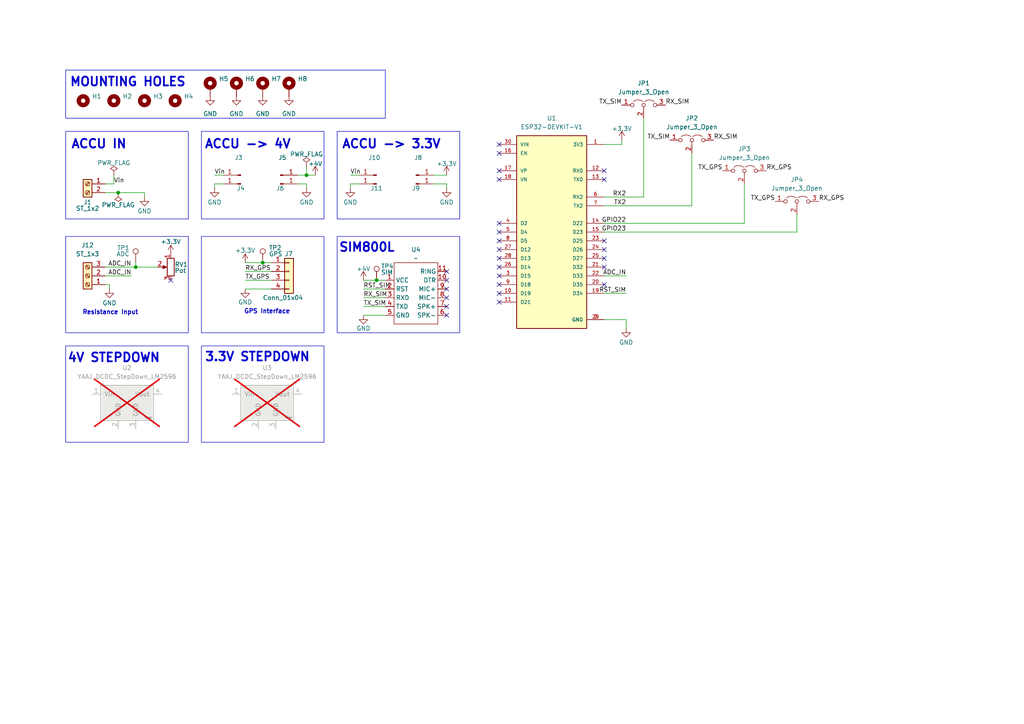
<source format=kicad_sch>
(kicad_sch
	(version 20231120)
	(generator "eeschema")
	(generator_version "8.0")
	(uuid "93158a45-e85b-4bd3-bb7a-71fccfbd8ca0")
	(paper "A4")
	(lib_symbols
		(symbol "+3.3V_1"
			(power)
			(pin_numbers hide)
			(pin_names
				(offset 0) hide)
			(exclude_from_sim no)
			(in_bom yes)
			(on_board yes)
			(property "Reference" "#PWR"
				(at 0 -3.81 0)
				(effects
					(font
						(size 1.27 1.27)
					)
					(hide yes)
				)
			)
			(property "Value" "+3.3V"
				(at 0 3.556 0)
				(effects
					(font
						(size 1.27 1.27)
					)
				)
			)
			(property "Footprint" ""
				(at 0 0 0)
				(effects
					(font
						(size 1.27 1.27)
					)
					(hide yes)
				)
			)
			(property "Datasheet" ""
				(at 0 0 0)
				(effects
					(font
						(size 1.27 1.27)
					)
					(hide yes)
				)
			)
			(property "Description" "Power symbol creates a global label with name \"+3.3V\""
				(at 0 0 0)
				(effects
					(font
						(size 1.27 1.27)
					)
					(hide yes)
				)
			)
			(property "ki_keywords" "global power"
				(at 0 0 0)
				(effects
					(font
						(size 1.27 1.27)
					)
					(hide yes)
				)
			)
			(symbol "+3.3V_1_0_1"
				(polyline
					(pts
						(xy -0.762 1.27) (xy 0 2.54)
					)
					(stroke
						(width 0)
						(type default)
					)
					(fill
						(type none)
					)
				)
				(polyline
					(pts
						(xy 0 0) (xy 0 2.54)
					)
					(stroke
						(width 0)
						(type default)
					)
					(fill
						(type none)
					)
				)
				(polyline
					(pts
						(xy 0 2.54) (xy 0.762 1.27)
					)
					(stroke
						(width 0)
						(type default)
					)
					(fill
						(type none)
					)
				)
			)
			(symbol "+3.3V_1_1_1"
				(pin power_in line
					(at 0 0 90)
					(length 0)
					(name "~"
						(effects
							(font
								(size 1.27 1.27)
							)
						)
					)
					(number "1"
						(effects
							(font
								(size 1.27 1.27)
							)
						)
					)
				)
			)
		)
		(symbol "Connector:Conn_01x01_Pin"
			(pin_names
				(offset 1.016) hide)
			(exclude_from_sim no)
			(in_bom yes)
			(on_board yes)
			(property "Reference" "J"
				(at 0 2.54 0)
				(effects
					(font
						(size 1.27 1.27)
					)
				)
			)
			(property "Value" "Conn_01x01_Pin"
				(at 0 -2.54 0)
				(effects
					(font
						(size 1.27 1.27)
					)
				)
			)
			(property "Footprint" ""
				(at 0 0 0)
				(effects
					(font
						(size 1.27 1.27)
					)
					(hide yes)
				)
			)
			(property "Datasheet" "~"
				(at 0 0 0)
				(effects
					(font
						(size 1.27 1.27)
					)
					(hide yes)
				)
			)
			(property "Description" "Generic connector, single row, 01x01, script generated"
				(at 0 0 0)
				(effects
					(font
						(size 1.27 1.27)
					)
					(hide yes)
				)
			)
			(property "ki_locked" ""
				(at 0 0 0)
				(effects
					(font
						(size 1.27 1.27)
					)
				)
			)
			(property "ki_keywords" "connector"
				(at 0 0 0)
				(effects
					(font
						(size 1.27 1.27)
					)
					(hide yes)
				)
			)
			(property "ki_fp_filters" "Connector*:*_1x??_*"
				(at 0 0 0)
				(effects
					(font
						(size 1.27 1.27)
					)
					(hide yes)
				)
			)
			(symbol "Conn_01x01_Pin_1_1"
				(polyline
					(pts
						(xy 1.27 0) (xy 0.8636 0)
					)
					(stroke
						(width 0.1524)
						(type default)
					)
					(fill
						(type none)
					)
				)
				(rectangle
					(start 0.8636 0.127)
					(end 0 -0.127)
					(stroke
						(width 0.1524)
						(type default)
					)
					(fill
						(type outline)
					)
				)
				(pin passive line
					(at 5.08 0 180)
					(length 3.81)
					(name "Pin_1"
						(effects
							(font
								(size 1.27 1.27)
							)
						)
					)
					(number "1"
						(effects
							(font
								(size 1.27 1.27)
							)
						)
					)
				)
			)
		)
		(symbol "Connector:Screw_Terminal_01x02"
			(pin_names
				(offset 1.016) hide)
			(exclude_from_sim no)
			(in_bom yes)
			(on_board yes)
			(property "Reference" "J"
				(at 0 2.54 0)
				(effects
					(font
						(size 1.27 1.27)
					)
				)
			)
			(property "Value" "Screw_Terminal_01x02"
				(at 0 -5.08 0)
				(effects
					(font
						(size 1.27 1.27)
					)
				)
			)
			(property "Footprint" ""
				(at 0 0 0)
				(effects
					(font
						(size 1.27 1.27)
					)
					(hide yes)
				)
			)
			(property "Datasheet" "~"
				(at 0 0 0)
				(effects
					(font
						(size 1.27 1.27)
					)
					(hide yes)
				)
			)
			(property "Description" "Generic screw terminal, single row, 01x02, script generated (kicad-library-utils/schlib/autogen/connector/)"
				(at 0 0 0)
				(effects
					(font
						(size 1.27 1.27)
					)
					(hide yes)
				)
			)
			(property "ki_keywords" "screw terminal"
				(at 0 0 0)
				(effects
					(font
						(size 1.27 1.27)
					)
					(hide yes)
				)
			)
			(property "ki_fp_filters" "TerminalBlock*:*"
				(at 0 0 0)
				(effects
					(font
						(size 1.27 1.27)
					)
					(hide yes)
				)
			)
			(symbol "Screw_Terminal_01x02_1_1"
				(rectangle
					(start -1.27 1.27)
					(end 1.27 -3.81)
					(stroke
						(width 0.254)
						(type default)
					)
					(fill
						(type background)
					)
				)
				(circle
					(center 0 -2.54)
					(radius 0.635)
					(stroke
						(width 0.1524)
						(type default)
					)
					(fill
						(type none)
					)
				)
				(polyline
					(pts
						(xy -0.5334 -2.2098) (xy 0.3302 -3.048)
					)
					(stroke
						(width 0.1524)
						(type default)
					)
					(fill
						(type none)
					)
				)
				(polyline
					(pts
						(xy -0.5334 0.3302) (xy 0.3302 -0.508)
					)
					(stroke
						(width 0.1524)
						(type default)
					)
					(fill
						(type none)
					)
				)
				(polyline
					(pts
						(xy -0.3556 -2.032) (xy 0.508 -2.8702)
					)
					(stroke
						(width 0.1524)
						(type default)
					)
					(fill
						(type none)
					)
				)
				(polyline
					(pts
						(xy -0.3556 0.508) (xy 0.508 -0.3302)
					)
					(stroke
						(width 0.1524)
						(type default)
					)
					(fill
						(type none)
					)
				)
				(circle
					(center 0 0)
					(radius 0.635)
					(stroke
						(width 0.1524)
						(type default)
					)
					(fill
						(type none)
					)
				)
				(pin passive line
					(at -5.08 0 0)
					(length 3.81)
					(name "Pin_1"
						(effects
							(font
								(size 1.27 1.27)
							)
						)
					)
					(number "1"
						(effects
							(font
								(size 1.27 1.27)
							)
						)
					)
				)
				(pin passive line
					(at -5.08 -2.54 0)
					(length 3.81)
					(name "Pin_2"
						(effects
							(font
								(size 1.27 1.27)
							)
						)
					)
					(number "2"
						(effects
							(font
								(size 1.27 1.27)
							)
						)
					)
				)
			)
		)
		(symbol "Connector:Screw_Terminal_01x03"
			(pin_names
				(offset 1.016) hide)
			(exclude_from_sim no)
			(in_bom yes)
			(on_board yes)
			(property "Reference" "J"
				(at 0 5.08 0)
				(effects
					(font
						(size 1.27 1.27)
					)
				)
			)
			(property "Value" "Screw_Terminal_01x03"
				(at 0 -5.08 0)
				(effects
					(font
						(size 1.27 1.27)
					)
				)
			)
			(property "Footprint" ""
				(at 0 0 0)
				(effects
					(font
						(size 1.27 1.27)
					)
					(hide yes)
				)
			)
			(property "Datasheet" "~"
				(at 0 0 0)
				(effects
					(font
						(size 1.27 1.27)
					)
					(hide yes)
				)
			)
			(property "Description" "Generic screw terminal, single row, 01x03, script generated (kicad-library-utils/schlib/autogen/connector/)"
				(at 0 0 0)
				(effects
					(font
						(size 1.27 1.27)
					)
					(hide yes)
				)
			)
			(property "ki_keywords" "screw terminal"
				(at 0 0 0)
				(effects
					(font
						(size 1.27 1.27)
					)
					(hide yes)
				)
			)
			(property "ki_fp_filters" "TerminalBlock*:*"
				(at 0 0 0)
				(effects
					(font
						(size 1.27 1.27)
					)
					(hide yes)
				)
			)
			(symbol "Screw_Terminal_01x03_1_1"
				(rectangle
					(start -1.27 3.81)
					(end 1.27 -3.81)
					(stroke
						(width 0.254)
						(type default)
					)
					(fill
						(type background)
					)
				)
				(circle
					(center 0 -2.54)
					(radius 0.635)
					(stroke
						(width 0.1524)
						(type default)
					)
					(fill
						(type none)
					)
				)
				(polyline
					(pts
						(xy -0.5334 -2.2098) (xy 0.3302 -3.048)
					)
					(stroke
						(width 0.1524)
						(type default)
					)
					(fill
						(type none)
					)
				)
				(polyline
					(pts
						(xy -0.5334 0.3302) (xy 0.3302 -0.508)
					)
					(stroke
						(width 0.1524)
						(type default)
					)
					(fill
						(type none)
					)
				)
				(polyline
					(pts
						(xy -0.5334 2.8702) (xy 0.3302 2.032)
					)
					(stroke
						(width 0.1524)
						(type default)
					)
					(fill
						(type none)
					)
				)
				(polyline
					(pts
						(xy -0.3556 -2.032) (xy 0.508 -2.8702)
					)
					(stroke
						(width 0.1524)
						(type default)
					)
					(fill
						(type none)
					)
				)
				(polyline
					(pts
						(xy -0.3556 0.508) (xy 0.508 -0.3302)
					)
					(stroke
						(width 0.1524)
						(type default)
					)
					(fill
						(type none)
					)
				)
				(polyline
					(pts
						(xy -0.3556 3.048) (xy 0.508 2.2098)
					)
					(stroke
						(width 0.1524)
						(type default)
					)
					(fill
						(type none)
					)
				)
				(circle
					(center 0 0)
					(radius 0.635)
					(stroke
						(width 0.1524)
						(type default)
					)
					(fill
						(type none)
					)
				)
				(circle
					(center 0 2.54)
					(radius 0.635)
					(stroke
						(width 0.1524)
						(type default)
					)
					(fill
						(type none)
					)
				)
				(pin passive line
					(at -5.08 2.54 0)
					(length 3.81)
					(name "Pin_1"
						(effects
							(font
								(size 1.27 1.27)
							)
						)
					)
					(number "1"
						(effects
							(font
								(size 1.27 1.27)
							)
						)
					)
				)
				(pin passive line
					(at -5.08 0 0)
					(length 3.81)
					(name "Pin_2"
						(effects
							(font
								(size 1.27 1.27)
							)
						)
					)
					(number "2"
						(effects
							(font
								(size 1.27 1.27)
							)
						)
					)
				)
				(pin passive line
					(at -5.08 -2.54 0)
					(length 3.81)
					(name "Pin_3"
						(effects
							(font
								(size 1.27 1.27)
							)
						)
					)
					(number "3"
						(effects
							(font
								(size 1.27 1.27)
							)
						)
					)
				)
			)
		)
		(symbol "Connector:TestPoint"
			(pin_numbers hide)
			(pin_names
				(offset 0.762) hide)
			(exclude_from_sim no)
			(in_bom yes)
			(on_board yes)
			(property "Reference" "TP"
				(at 0 6.858 0)
				(effects
					(font
						(size 1.27 1.27)
					)
				)
			)
			(property "Value" "TestPoint"
				(at 0 5.08 0)
				(effects
					(font
						(size 1.27 1.27)
					)
				)
			)
			(property "Footprint" ""
				(at 5.08 0 0)
				(effects
					(font
						(size 1.27 1.27)
					)
					(hide yes)
				)
			)
			(property "Datasheet" "~"
				(at 5.08 0 0)
				(effects
					(font
						(size 1.27 1.27)
					)
					(hide yes)
				)
			)
			(property "Description" "test point"
				(at 0 0 0)
				(effects
					(font
						(size 1.27 1.27)
					)
					(hide yes)
				)
			)
			(property "ki_keywords" "test point tp"
				(at 0 0 0)
				(effects
					(font
						(size 1.27 1.27)
					)
					(hide yes)
				)
			)
			(property "ki_fp_filters" "Pin* Test*"
				(at 0 0 0)
				(effects
					(font
						(size 1.27 1.27)
					)
					(hide yes)
				)
			)
			(symbol "TestPoint_0_1"
				(circle
					(center 0 3.302)
					(radius 0.762)
					(stroke
						(width 0)
						(type default)
					)
					(fill
						(type none)
					)
				)
			)
			(symbol "TestPoint_1_1"
				(pin passive line
					(at 0 0 90)
					(length 2.54)
					(name "1"
						(effects
							(font
								(size 1.27 1.27)
							)
						)
					)
					(number "1"
						(effects
							(font
								(size 1.27 1.27)
							)
						)
					)
				)
			)
		)
		(symbol "Connector_Generic:Conn_01x04"
			(pin_names
				(offset 1.016) hide)
			(exclude_from_sim no)
			(in_bom yes)
			(on_board yes)
			(property "Reference" "J"
				(at 0 5.08 0)
				(effects
					(font
						(size 1.27 1.27)
					)
				)
			)
			(property "Value" "Conn_01x04"
				(at 0 -7.62 0)
				(effects
					(font
						(size 1.27 1.27)
					)
				)
			)
			(property "Footprint" ""
				(at 0 0 0)
				(effects
					(font
						(size 1.27 1.27)
					)
					(hide yes)
				)
			)
			(property "Datasheet" "~"
				(at 0 0 0)
				(effects
					(font
						(size 1.27 1.27)
					)
					(hide yes)
				)
			)
			(property "Description" "Generic connector, single row, 01x04, script generated (kicad-library-utils/schlib/autogen/connector/)"
				(at 0 0 0)
				(effects
					(font
						(size 1.27 1.27)
					)
					(hide yes)
				)
			)
			(property "ki_keywords" "connector"
				(at 0 0 0)
				(effects
					(font
						(size 1.27 1.27)
					)
					(hide yes)
				)
			)
			(property "ki_fp_filters" "Connector*:*_1x??_*"
				(at 0 0 0)
				(effects
					(font
						(size 1.27 1.27)
					)
					(hide yes)
				)
			)
			(symbol "Conn_01x04_1_1"
				(rectangle
					(start -1.27 -4.953)
					(end 0 -5.207)
					(stroke
						(width 0.1524)
						(type default)
					)
					(fill
						(type none)
					)
				)
				(rectangle
					(start -1.27 -2.413)
					(end 0 -2.667)
					(stroke
						(width 0.1524)
						(type default)
					)
					(fill
						(type none)
					)
				)
				(rectangle
					(start -1.27 0.127)
					(end 0 -0.127)
					(stroke
						(width 0.1524)
						(type default)
					)
					(fill
						(type none)
					)
				)
				(rectangle
					(start -1.27 2.667)
					(end 0 2.413)
					(stroke
						(width 0.1524)
						(type default)
					)
					(fill
						(type none)
					)
				)
				(rectangle
					(start -1.27 3.81)
					(end 1.27 -6.35)
					(stroke
						(width 0.254)
						(type default)
					)
					(fill
						(type background)
					)
				)
				(pin passive line
					(at -5.08 2.54 0)
					(length 3.81)
					(name "Pin_1"
						(effects
							(font
								(size 1.27 1.27)
							)
						)
					)
					(number "1"
						(effects
							(font
								(size 1.27 1.27)
							)
						)
					)
				)
				(pin passive line
					(at -5.08 0 0)
					(length 3.81)
					(name "Pin_2"
						(effects
							(font
								(size 1.27 1.27)
							)
						)
					)
					(number "2"
						(effects
							(font
								(size 1.27 1.27)
							)
						)
					)
				)
				(pin passive line
					(at -5.08 -2.54 0)
					(length 3.81)
					(name "Pin_3"
						(effects
							(font
								(size 1.27 1.27)
							)
						)
					)
					(number "3"
						(effects
							(font
								(size 1.27 1.27)
							)
						)
					)
				)
				(pin passive line
					(at -5.08 -5.08 0)
					(length 3.81)
					(name "Pin_4"
						(effects
							(font
								(size 1.27 1.27)
							)
						)
					)
					(number "4"
						(effects
							(font
								(size 1.27 1.27)
							)
						)
					)
				)
			)
		)
		(symbol "Device:R_Potentiometer"
			(pin_names
				(offset 1.016) hide)
			(exclude_from_sim no)
			(in_bom yes)
			(on_board yes)
			(property "Reference" "RV"
				(at -4.445 0 90)
				(effects
					(font
						(size 1.27 1.27)
					)
				)
			)
			(property "Value" "R_Potentiometer"
				(at -2.54 0 90)
				(effects
					(font
						(size 1.27 1.27)
					)
				)
			)
			(property "Footprint" ""
				(at 0 0 0)
				(effects
					(font
						(size 1.27 1.27)
					)
					(hide yes)
				)
			)
			(property "Datasheet" "~"
				(at 0 0 0)
				(effects
					(font
						(size 1.27 1.27)
					)
					(hide yes)
				)
			)
			(property "Description" "Potentiometer"
				(at 0 0 0)
				(effects
					(font
						(size 1.27 1.27)
					)
					(hide yes)
				)
			)
			(property "ki_keywords" "resistor variable"
				(at 0 0 0)
				(effects
					(font
						(size 1.27 1.27)
					)
					(hide yes)
				)
			)
			(property "ki_fp_filters" "Potentiometer*"
				(at 0 0 0)
				(effects
					(font
						(size 1.27 1.27)
					)
					(hide yes)
				)
			)
			(symbol "R_Potentiometer_0_1"
				(polyline
					(pts
						(xy 2.54 0) (xy 1.524 0)
					)
					(stroke
						(width 0)
						(type default)
					)
					(fill
						(type none)
					)
				)
				(polyline
					(pts
						(xy 1.143 0) (xy 2.286 0.508) (xy 2.286 -0.508) (xy 1.143 0)
					)
					(stroke
						(width 0)
						(type default)
					)
					(fill
						(type outline)
					)
				)
				(rectangle
					(start 1.016 2.54)
					(end -1.016 -2.54)
					(stroke
						(width 0.254)
						(type default)
					)
					(fill
						(type none)
					)
				)
			)
			(symbol "R_Potentiometer_1_1"
				(pin passive line
					(at 0 3.81 270)
					(length 1.27)
					(name "1"
						(effects
							(font
								(size 1.27 1.27)
							)
						)
					)
					(number "1"
						(effects
							(font
								(size 1.27 1.27)
							)
						)
					)
				)
				(pin passive line
					(at 3.81 0 180)
					(length 1.27)
					(name "2"
						(effects
							(font
								(size 1.27 1.27)
							)
						)
					)
					(number "2"
						(effects
							(font
								(size 1.27 1.27)
							)
						)
					)
				)
				(pin passive line
					(at 0 -3.81 90)
					(length 1.27)
					(name "3"
						(effects
							(font
								(size 1.27 1.27)
							)
						)
					)
					(number "3"
						(effects
							(font
								(size 1.27 1.27)
							)
						)
					)
				)
			)
		)
		(symbol "ESP32-DEVKIT-V1:ESP32-DEVKIT-V1"
			(pin_names
				(offset 1.016)
			)
			(exclude_from_sim no)
			(in_bom yes)
			(on_board yes)
			(property "Reference" "U"
				(at -10.16 30.48 0)
				(effects
					(font
						(size 1.27 1.27)
					)
					(justify left top)
				)
			)
			(property "Value" "ESP32-DEVKIT-V1"
				(at -10.16 -30.48 0)
				(effects
					(font
						(size 1.27 1.27)
					)
					(justify left bottom)
				)
			)
			(property "Footprint" "ESP32-DEVKIT-V1:MODULE_ESP32_DEVKIT_V1"
				(at 0 0 0)
				(effects
					(font
						(size 1.27 1.27)
					)
					(justify bottom)
					(hide yes)
				)
			)
			(property "Datasheet" ""
				(at 0 0 0)
				(effects
					(font
						(size 1.27 1.27)
					)
					(hide yes)
				)
			)
			(property "Description" ""
				(at 0 0 0)
				(effects
					(font
						(size 1.27 1.27)
					)
					(hide yes)
				)
			)
			(property "MF" "Do it"
				(at 0 0 0)
				(effects
					(font
						(size 1.27 1.27)
					)
					(justify bottom)
					(hide yes)
				)
			)
			(property "MAXIMUM_PACKAGE_HEIGHT" "6.8 mm"
				(at 0 0 0)
				(effects
					(font
						(size 1.27 1.27)
					)
					(justify bottom)
					(hide yes)
				)
			)
			(property "Package" "None"
				(at 0 0 0)
				(effects
					(font
						(size 1.27 1.27)
					)
					(justify bottom)
					(hide yes)
				)
			)
			(property "Price" "None"
				(at 0 0 0)
				(effects
					(font
						(size 1.27 1.27)
					)
					(justify bottom)
					(hide yes)
				)
			)
			(property "Check_prices" "https://www.snapeda.com/parts/ESP32-DEVKIT-V1/Do+it/view-part/?ref=eda"
				(at 0 0 0)
				(effects
					(font
						(size 1.27 1.27)
					)
					(justify bottom)
					(hide yes)
				)
			)
			(property "STANDARD" "Manufacturer Recommendations"
				(at 0 0 0)
				(effects
					(font
						(size 1.27 1.27)
					)
					(justify bottom)
					(hide yes)
				)
			)
			(property "PARTREV" "N/A"
				(at 0 0 0)
				(effects
					(font
						(size 1.27 1.27)
					)
					(justify bottom)
					(hide yes)
				)
			)
			(property "SnapEDA_Link" "https://www.snapeda.com/parts/ESP32-DEVKIT-V1/Do+it/view-part/?ref=snap"
				(at 0 0 0)
				(effects
					(font
						(size 1.27 1.27)
					)
					(justify bottom)
					(hide yes)
				)
			)
			(property "MP" "ESP32-DEVKIT-V1"
				(at 0 0 0)
				(effects
					(font
						(size 1.27 1.27)
					)
					(justify bottom)
					(hide yes)
				)
			)
			(property "Description_1" "\n                        \n                            Dual core, Wi-Fi: 2.4 GHz up to 150 Mbits/s,BLE (Bluetooth Low Energy) and legacy Bluetooth, 32 bits, Up to 240 MHz\n                        \n"
				(at 0 0 0)
				(effects
					(font
						(size 1.27 1.27)
					)
					(justify bottom)
					(hide yes)
				)
			)
			(property "Availability" "Not in stock"
				(at 0 0 0)
				(effects
					(font
						(size 1.27 1.27)
					)
					(justify bottom)
					(hide yes)
				)
			)
			(property "MANUFACTURER" "DOIT"
				(at 0 0 0)
				(effects
					(font
						(size 1.27 1.27)
					)
					(justify bottom)
					(hide yes)
				)
			)
			(symbol "ESP32-DEVKIT-V1_0_0"
				(rectangle
					(start -10.16 -27.94)
					(end 10.16 27.94)
					(stroke
						(width 0.254)
						(type default)
					)
					(fill
						(type background)
					)
				)
				(pin output line
					(at 15.24 25.4 180)
					(length 5.08)
					(name "3V3"
						(effects
							(font
								(size 1.016 1.016)
							)
						)
					)
					(number "1"
						(effects
							(font
								(size 1.016 1.016)
							)
						)
					)
				)
				(pin bidirectional line
					(at -15.24 -17.78 0)
					(length 5.08)
					(name "D19"
						(effects
							(font
								(size 1.016 1.016)
							)
						)
					)
					(number "10"
						(effects
							(font
								(size 1.016 1.016)
							)
						)
					)
				)
				(pin bidirectional line
					(at -15.24 -20.32 0)
					(length 5.08)
					(name "D21"
						(effects
							(font
								(size 1.016 1.016)
							)
						)
					)
					(number "11"
						(effects
							(font
								(size 1.016 1.016)
							)
						)
					)
				)
				(pin input line
					(at 15.24 17.78 180)
					(length 5.08)
					(name "RX0"
						(effects
							(font
								(size 1.016 1.016)
							)
						)
					)
					(number "12"
						(effects
							(font
								(size 1.016 1.016)
							)
						)
					)
				)
				(pin output line
					(at 15.24 15.24 180)
					(length 5.08)
					(name "TX0"
						(effects
							(font
								(size 1.016 1.016)
							)
						)
					)
					(number "13"
						(effects
							(font
								(size 1.016 1.016)
							)
						)
					)
				)
				(pin bidirectional line
					(at 15.24 2.54 180)
					(length 5.08)
					(name "D22"
						(effects
							(font
								(size 1.016 1.016)
							)
						)
					)
					(number "14"
						(effects
							(font
								(size 1.016 1.016)
							)
						)
					)
				)
				(pin bidirectional line
					(at 15.24 0 180)
					(length 5.08)
					(name "D23"
						(effects
							(font
								(size 1.016 1.016)
							)
						)
					)
					(number "15"
						(effects
							(font
								(size 1.016 1.016)
							)
						)
					)
				)
				(pin input line
					(at -15.24 22.86 0)
					(length 5.08)
					(name "EN"
						(effects
							(font
								(size 1.016 1.016)
							)
						)
					)
					(number "16"
						(effects
							(font
								(size 1.016 1.016)
							)
						)
					)
				)
				(pin bidirectional line
					(at -15.24 17.78 0)
					(length 5.08)
					(name "VP"
						(effects
							(font
								(size 1.016 1.016)
							)
						)
					)
					(number "17"
						(effects
							(font
								(size 1.016 1.016)
							)
						)
					)
				)
				(pin bidirectional line
					(at -15.24 15.24 0)
					(length 5.08)
					(name "VN"
						(effects
							(font
								(size 1.016 1.016)
							)
						)
					)
					(number "18"
						(effects
							(font
								(size 1.016 1.016)
							)
						)
					)
				)
				(pin bidirectional line
					(at 15.24 -17.78 180)
					(length 5.08)
					(name "D34"
						(effects
							(font
								(size 1.016 1.016)
							)
						)
					)
					(number "19"
						(effects
							(font
								(size 1.016 1.016)
							)
						)
					)
				)
				(pin power_in line
					(at 15.24 -25.4 180)
					(length 5.08)
					(name "GND"
						(effects
							(font
								(size 1.016 1.016)
							)
						)
					)
					(number "2"
						(effects
							(font
								(size 1.016 1.016)
							)
						)
					)
				)
				(pin bidirectional line
					(at 15.24 -15.24 180)
					(length 5.08)
					(name "D35"
						(effects
							(font
								(size 1.016 1.016)
							)
						)
					)
					(number "20"
						(effects
							(font
								(size 1.016 1.016)
							)
						)
					)
				)
				(pin bidirectional line
					(at 15.24 -10.16 180)
					(length 5.08)
					(name "D32"
						(effects
							(font
								(size 1.016 1.016)
							)
						)
					)
					(number "21"
						(effects
							(font
								(size 1.016 1.016)
							)
						)
					)
				)
				(pin bidirectional line
					(at 15.24 -12.7 180)
					(length 5.08)
					(name "D33"
						(effects
							(font
								(size 1.016 1.016)
							)
						)
					)
					(number "22"
						(effects
							(font
								(size 1.016 1.016)
							)
						)
					)
				)
				(pin bidirectional line
					(at 15.24 -2.54 180)
					(length 5.08)
					(name "D25"
						(effects
							(font
								(size 1.016 1.016)
							)
						)
					)
					(number "23"
						(effects
							(font
								(size 1.016 1.016)
							)
						)
					)
				)
				(pin bidirectional line
					(at 15.24 -5.08 180)
					(length 5.08)
					(name "D26"
						(effects
							(font
								(size 1.016 1.016)
							)
						)
					)
					(number "24"
						(effects
							(font
								(size 1.016 1.016)
							)
						)
					)
				)
				(pin bidirectional line
					(at 15.24 -7.62 180)
					(length 5.08)
					(name "D27"
						(effects
							(font
								(size 1.016 1.016)
							)
						)
					)
					(number "25"
						(effects
							(font
								(size 1.016 1.016)
							)
						)
					)
				)
				(pin bidirectional line
					(at -15.24 -10.16 0)
					(length 5.08)
					(name "D14"
						(effects
							(font
								(size 1.016 1.016)
							)
						)
					)
					(number "26"
						(effects
							(font
								(size 1.016 1.016)
							)
						)
					)
				)
				(pin bidirectional line
					(at -15.24 -5.08 0)
					(length 5.08)
					(name "D12"
						(effects
							(font
								(size 1.016 1.016)
							)
						)
					)
					(number "27"
						(effects
							(font
								(size 1.016 1.016)
							)
						)
					)
				)
				(pin bidirectional line
					(at -15.24 -7.62 0)
					(length 5.08)
					(name "D13"
						(effects
							(font
								(size 1.016 1.016)
							)
						)
					)
					(number "28"
						(effects
							(font
								(size 1.016 1.016)
							)
						)
					)
				)
				(pin power_in line
					(at 15.24 -25.4 180)
					(length 5.08)
					(name "GND"
						(effects
							(font
								(size 1.016 1.016)
							)
						)
					)
					(number "29"
						(effects
							(font
								(size 1.016 1.016)
							)
						)
					)
				)
				(pin bidirectional line
					(at -15.24 -12.7 0)
					(length 5.08)
					(name "D15"
						(effects
							(font
								(size 1.016 1.016)
							)
						)
					)
					(number "3"
						(effects
							(font
								(size 1.016 1.016)
							)
						)
					)
				)
				(pin input line
					(at -15.24 25.4 0)
					(length 5.08)
					(name "VIN"
						(effects
							(font
								(size 1.016 1.016)
							)
						)
					)
					(number "30"
						(effects
							(font
								(size 1.016 1.016)
							)
						)
					)
				)
				(pin bidirectional line
					(at -15.24 2.54 0)
					(length 5.08)
					(name "D2"
						(effects
							(font
								(size 1.016 1.016)
							)
						)
					)
					(number "4"
						(effects
							(font
								(size 1.016 1.016)
							)
						)
					)
				)
				(pin bidirectional line
					(at -15.24 0 0)
					(length 5.08)
					(name "D4"
						(effects
							(font
								(size 1.016 1.016)
							)
						)
					)
					(number "5"
						(effects
							(font
								(size 1.016 1.016)
							)
						)
					)
				)
				(pin input line
					(at 15.24 10.16 180)
					(length 5.08)
					(name "RX2"
						(effects
							(font
								(size 1.016 1.016)
							)
						)
					)
					(number "6"
						(effects
							(font
								(size 1.016 1.016)
							)
						)
					)
				)
				(pin output line
					(at 15.24 7.62 180)
					(length 5.08)
					(name "TX2"
						(effects
							(font
								(size 1.016 1.016)
							)
						)
					)
					(number "7"
						(effects
							(font
								(size 1.016 1.016)
							)
						)
					)
				)
				(pin bidirectional line
					(at -15.24 -2.54 0)
					(length 5.08)
					(name "D5"
						(effects
							(font
								(size 1.016 1.016)
							)
						)
					)
					(number "8"
						(effects
							(font
								(size 1.016 1.016)
							)
						)
					)
				)
				(pin bidirectional line
					(at -15.24 -15.24 0)
					(length 5.08)
					(name "D18"
						(effects
							(font
								(size 1.016 1.016)
							)
						)
					)
					(number "9"
						(effects
							(font
								(size 1.016 1.016)
							)
						)
					)
				)
			)
		)
		(symbol "GND_1"
			(power)
			(pin_numbers hide)
			(pin_names
				(offset 0) hide)
			(exclude_from_sim no)
			(in_bom yes)
			(on_board yes)
			(property "Reference" "#PWR"
				(at 0 -6.35 0)
				(effects
					(font
						(size 1.27 1.27)
					)
					(hide yes)
				)
			)
			(property "Value" "GND"
				(at 0 -3.81 0)
				(effects
					(font
						(size 1.27 1.27)
					)
				)
			)
			(property "Footprint" ""
				(at 0 0 0)
				(effects
					(font
						(size 1.27 1.27)
					)
					(hide yes)
				)
			)
			(property "Datasheet" ""
				(at 0 0 0)
				(effects
					(font
						(size 1.27 1.27)
					)
					(hide yes)
				)
			)
			(property "Description" "Power symbol creates a global label with name \"GND\" , ground"
				(at 0 0 0)
				(effects
					(font
						(size 1.27 1.27)
					)
					(hide yes)
				)
			)
			(property "ki_keywords" "global power"
				(at 0 0 0)
				(effects
					(font
						(size 1.27 1.27)
					)
					(hide yes)
				)
			)
			(symbol "GND_1_0_1"
				(polyline
					(pts
						(xy 0 0) (xy 0 -1.27) (xy 1.27 -1.27) (xy 0 -2.54) (xy -1.27 -1.27) (xy 0 -1.27)
					)
					(stroke
						(width 0)
						(type default)
					)
					(fill
						(type none)
					)
				)
			)
			(symbol "GND_1_1_1"
				(pin power_in line
					(at 0 0 270)
					(length 0)
					(name "~"
						(effects
							(font
								(size 1.27 1.27)
							)
						)
					)
					(number "1"
						(effects
							(font
								(size 1.27 1.27)
							)
						)
					)
				)
			)
		)
		(symbol "GND_2"
			(power)
			(pin_numbers hide)
			(pin_names
				(offset 0) hide)
			(exclude_from_sim no)
			(in_bom yes)
			(on_board yes)
			(property "Reference" "#PWR"
				(at 0 -6.35 0)
				(effects
					(font
						(size 1.27 1.27)
					)
					(hide yes)
				)
			)
			(property "Value" "GND"
				(at 0 -3.81 0)
				(effects
					(font
						(size 1.27 1.27)
					)
				)
			)
			(property "Footprint" ""
				(at 0 0 0)
				(effects
					(font
						(size 1.27 1.27)
					)
					(hide yes)
				)
			)
			(property "Datasheet" ""
				(at 0 0 0)
				(effects
					(font
						(size 1.27 1.27)
					)
					(hide yes)
				)
			)
			(property "Description" "Power symbol creates a global label with name \"GND\" , ground"
				(at 0 0 0)
				(effects
					(font
						(size 1.27 1.27)
					)
					(hide yes)
				)
			)
			(property "ki_keywords" "global power"
				(at 0 0 0)
				(effects
					(font
						(size 1.27 1.27)
					)
					(hide yes)
				)
			)
			(symbol "GND_2_0_1"
				(polyline
					(pts
						(xy 0 0) (xy 0 -1.27) (xy 1.27 -1.27) (xy 0 -2.54) (xy -1.27 -1.27) (xy 0 -1.27)
					)
					(stroke
						(width 0)
						(type default)
					)
					(fill
						(type none)
					)
				)
			)
			(symbol "GND_2_1_1"
				(pin power_in line
					(at 0 0 270)
					(length 0)
					(name "~"
						(effects
							(font
								(size 1.27 1.27)
							)
						)
					)
					(number "1"
						(effects
							(font
								(size 1.27 1.27)
							)
						)
					)
				)
			)
		)
		(symbol "Jumper:Jumper_3_Open"
			(pin_names
				(offset 0) hide)
			(exclude_from_sim yes)
			(in_bom no)
			(on_board yes)
			(property "Reference" "JP"
				(at -2.54 -2.54 0)
				(effects
					(font
						(size 1.27 1.27)
					)
				)
			)
			(property "Value" "Jumper_3_Open"
				(at 0 2.794 0)
				(effects
					(font
						(size 1.27 1.27)
					)
				)
			)
			(property "Footprint" ""
				(at 0 0 0)
				(effects
					(font
						(size 1.27 1.27)
					)
					(hide yes)
				)
			)
			(property "Datasheet" "~"
				(at 0 0 0)
				(effects
					(font
						(size 1.27 1.27)
					)
					(hide yes)
				)
			)
			(property "Description" "Jumper, 3-pole, both open"
				(at 0 0 0)
				(effects
					(font
						(size 1.27 1.27)
					)
					(hide yes)
				)
			)
			(property "ki_keywords" "Jumper SPDT"
				(at 0 0 0)
				(effects
					(font
						(size 1.27 1.27)
					)
					(hide yes)
				)
			)
			(property "ki_fp_filters" "Jumper* TestPoint*3Pads* TestPoint*Bridge*"
				(at 0 0 0)
				(effects
					(font
						(size 1.27 1.27)
					)
					(hide yes)
				)
			)
			(symbol "Jumper_3_Open_0_0"
				(circle
					(center -3.302 0)
					(radius 0.508)
					(stroke
						(width 0)
						(type default)
					)
					(fill
						(type none)
					)
				)
				(circle
					(center 0 0)
					(radius 0.508)
					(stroke
						(width 0)
						(type default)
					)
					(fill
						(type none)
					)
				)
				(circle
					(center 3.302 0)
					(radius 0.508)
					(stroke
						(width 0)
						(type default)
					)
					(fill
						(type none)
					)
				)
			)
			(symbol "Jumper_3_Open_0_1"
				(arc
					(start -0.254 1.016)
					(mid -1.651 1.4992)
					(end -3.048 1.016)
					(stroke
						(width 0)
						(type default)
					)
					(fill
						(type none)
					)
				)
				(polyline
					(pts
						(xy 0 -0.508) (xy 0 -1.27)
					)
					(stroke
						(width 0)
						(type default)
					)
					(fill
						(type none)
					)
				)
				(arc
					(start 3.048 1.016)
					(mid 1.651 1.4992)
					(end 0.254 1.016)
					(stroke
						(width 0)
						(type default)
					)
					(fill
						(type none)
					)
				)
			)
			(symbol "Jumper_3_Open_1_1"
				(pin passive line
					(at -6.35 0 0)
					(length 2.54)
					(name "A"
						(effects
							(font
								(size 1.27 1.27)
							)
						)
					)
					(number "1"
						(effects
							(font
								(size 1.27 1.27)
							)
						)
					)
				)
				(pin passive line
					(at 0 -3.81 90)
					(length 2.54)
					(name "C"
						(effects
							(font
								(size 1.27 1.27)
							)
						)
					)
					(number "2"
						(effects
							(font
								(size 1.27 1.27)
							)
						)
					)
				)
				(pin passive line
					(at 6.35 0 180)
					(length 2.54)
					(name "B"
						(effects
							(font
								(size 1.27 1.27)
							)
						)
					)
					(number "3"
						(effects
							(font
								(size 1.27 1.27)
							)
						)
					)
				)
			)
		)
		(symbol "Mechanical:MountingHole"
			(pin_names
				(offset 1.016)
			)
			(exclude_from_sim yes)
			(in_bom no)
			(on_board yes)
			(property "Reference" "H"
				(at 0 5.08 0)
				(effects
					(font
						(size 1.27 1.27)
					)
				)
			)
			(property "Value" "MountingHole"
				(at 0 3.175 0)
				(effects
					(font
						(size 1.27 1.27)
					)
				)
			)
			(property "Footprint" ""
				(at 0 0 0)
				(effects
					(font
						(size 1.27 1.27)
					)
					(hide yes)
				)
			)
			(property "Datasheet" "~"
				(at 0 0 0)
				(effects
					(font
						(size 1.27 1.27)
					)
					(hide yes)
				)
			)
			(property "Description" "Mounting Hole without connection"
				(at 0 0 0)
				(effects
					(font
						(size 1.27 1.27)
					)
					(hide yes)
				)
			)
			(property "ki_keywords" "mounting hole"
				(at 0 0 0)
				(effects
					(font
						(size 1.27 1.27)
					)
					(hide yes)
				)
			)
			(property "ki_fp_filters" "MountingHole*"
				(at 0 0 0)
				(effects
					(font
						(size 1.27 1.27)
					)
					(hide yes)
				)
			)
			(symbol "MountingHole_0_1"
				(circle
					(center 0 0)
					(radius 1.27)
					(stroke
						(width 1.27)
						(type default)
					)
					(fill
						(type none)
					)
				)
			)
		)
		(symbol "Mechanical:MountingHole_Pad"
			(pin_numbers hide)
			(pin_names
				(offset 1.016) hide)
			(exclude_from_sim yes)
			(in_bom no)
			(on_board yes)
			(property "Reference" "H"
				(at 0 6.35 0)
				(effects
					(font
						(size 1.27 1.27)
					)
				)
			)
			(property "Value" "MountingHole_Pad"
				(at 0 4.445 0)
				(effects
					(font
						(size 1.27 1.27)
					)
				)
			)
			(property "Footprint" ""
				(at 0 0 0)
				(effects
					(font
						(size 1.27 1.27)
					)
					(hide yes)
				)
			)
			(property "Datasheet" "~"
				(at 0 0 0)
				(effects
					(font
						(size 1.27 1.27)
					)
					(hide yes)
				)
			)
			(property "Description" "Mounting Hole with connection"
				(at 0 0 0)
				(effects
					(font
						(size 1.27 1.27)
					)
					(hide yes)
				)
			)
			(property "ki_keywords" "mounting hole"
				(at 0 0 0)
				(effects
					(font
						(size 1.27 1.27)
					)
					(hide yes)
				)
			)
			(property "ki_fp_filters" "MountingHole*Pad*"
				(at 0 0 0)
				(effects
					(font
						(size 1.27 1.27)
					)
					(hide yes)
				)
			)
			(symbol "MountingHole_Pad_0_1"
				(circle
					(center 0 1.27)
					(radius 1.27)
					(stroke
						(width 1.27)
						(type default)
					)
					(fill
						(type none)
					)
				)
			)
			(symbol "MountingHole_Pad_1_1"
				(pin input line
					(at 0 -2.54 90)
					(length 2.54)
					(name "1"
						(effects
							(font
								(size 1.27 1.27)
							)
						)
					)
					(number "1"
						(effects
							(font
								(size 1.27 1.27)
							)
						)
					)
				)
			)
		)
		(symbol "PWR_FLAG_1"
			(power)
			(pin_numbers hide)
			(pin_names
				(offset 0) hide)
			(exclude_from_sim no)
			(in_bom yes)
			(on_board yes)
			(property "Reference" "#FLG"
				(at 0 1.905 0)
				(effects
					(font
						(size 1.27 1.27)
					)
					(hide yes)
				)
			)
			(property "Value" "PWR_FLAG"
				(at 0 3.81 0)
				(effects
					(font
						(size 1.27 1.27)
					)
				)
			)
			(property "Footprint" ""
				(at 0 0 0)
				(effects
					(font
						(size 1.27 1.27)
					)
					(hide yes)
				)
			)
			(property "Datasheet" "~"
				(at 0 0 0)
				(effects
					(font
						(size 1.27 1.27)
					)
					(hide yes)
				)
			)
			(property "Description" "Special symbol for telling ERC where power comes from"
				(at 0 0 0)
				(effects
					(font
						(size 1.27 1.27)
					)
					(hide yes)
				)
			)
			(property "ki_keywords" "flag power"
				(at 0 0 0)
				(effects
					(font
						(size 1.27 1.27)
					)
					(hide yes)
				)
			)
			(symbol "PWR_FLAG_1_0_0"
				(pin power_out line
					(at 0 0 90)
					(length 0)
					(name "~"
						(effects
							(font
								(size 1.27 1.27)
							)
						)
					)
					(number "1"
						(effects
							(font
								(size 1.27 1.27)
							)
						)
					)
				)
			)
			(symbol "PWR_FLAG_1_0_1"
				(polyline
					(pts
						(xy 0 0) (xy 0 1.27) (xy -1.016 1.905) (xy 0 2.54) (xy 1.016 1.905) (xy 0 1.27)
					)
					(stroke
						(width 0)
						(type default)
					)
					(fill
						(type none)
					)
				)
			)
		)
		(symbol "power:+3.3V"
			(power)
			(pin_names
				(offset 0)
			)
			(exclude_from_sim no)
			(in_bom yes)
			(on_board yes)
			(property "Reference" "#PWR"
				(at 0 -3.81 0)
				(effects
					(font
						(size 1.27 1.27)
					)
					(hide yes)
				)
			)
			(property "Value" "+3.3V"
				(at 0 3.556 0)
				(effects
					(font
						(size 1.27 1.27)
					)
				)
			)
			(property "Footprint" ""
				(at 0 0 0)
				(effects
					(font
						(size 1.27 1.27)
					)
					(hide yes)
				)
			)
			(property "Datasheet" ""
				(at 0 0 0)
				(effects
					(font
						(size 1.27 1.27)
					)
					(hide yes)
				)
			)
			(property "Description" "Power symbol creates a global label with name \"+3.3V\""
				(at 0 0 0)
				(effects
					(font
						(size 1.27 1.27)
					)
					(hide yes)
				)
			)
			(property "ki_keywords" "global power"
				(at 0 0 0)
				(effects
					(font
						(size 1.27 1.27)
					)
					(hide yes)
				)
			)
			(symbol "+3.3V_0_1"
				(polyline
					(pts
						(xy -0.762 1.27) (xy 0 2.54)
					)
					(stroke
						(width 0)
						(type default)
					)
					(fill
						(type none)
					)
				)
				(polyline
					(pts
						(xy 0 0) (xy 0 2.54)
					)
					(stroke
						(width 0)
						(type default)
					)
					(fill
						(type none)
					)
				)
				(polyline
					(pts
						(xy 0 2.54) (xy 0.762 1.27)
					)
					(stroke
						(width 0)
						(type default)
					)
					(fill
						(type none)
					)
				)
			)
			(symbol "+3.3V_1_1"
				(pin power_in line
					(at 0 0 90)
					(length 0) hide
					(name "+3.3V"
						(effects
							(font
								(size 1.27 1.27)
							)
						)
					)
					(number "1"
						(effects
							(font
								(size 1.27 1.27)
							)
						)
					)
				)
			)
		)
		(symbol "power:+4V"
			(power)
			(pin_numbers hide)
			(pin_names
				(offset 0) hide)
			(exclude_from_sim no)
			(in_bom yes)
			(on_board yes)
			(property "Reference" "#PWR"
				(at 0 -3.81 0)
				(effects
					(font
						(size 1.27 1.27)
					)
					(hide yes)
				)
			)
			(property "Value" "+4V"
				(at 0 3.556 0)
				(effects
					(font
						(size 1.27 1.27)
					)
				)
			)
			(property "Footprint" ""
				(at 0 0 0)
				(effects
					(font
						(size 1.27 1.27)
					)
					(hide yes)
				)
			)
			(property "Datasheet" ""
				(at 0 0 0)
				(effects
					(font
						(size 1.27 1.27)
					)
					(hide yes)
				)
			)
			(property "Description" "Power symbol creates a global label with name \"+4V\""
				(at 0 0 0)
				(effects
					(font
						(size 1.27 1.27)
					)
					(hide yes)
				)
			)
			(property "ki_keywords" "global power"
				(at 0 0 0)
				(effects
					(font
						(size 1.27 1.27)
					)
					(hide yes)
				)
			)
			(symbol "+4V_0_1"
				(polyline
					(pts
						(xy -0.762 1.27) (xy 0 2.54)
					)
					(stroke
						(width 0)
						(type default)
					)
					(fill
						(type none)
					)
				)
				(polyline
					(pts
						(xy 0 0) (xy 0 2.54)
					)
					(stroke
						(width 0)
						(type default)
					)
					(fill
						(type none)
					)
				)
				(polyline
					(pts
						(xy 0 2.54) (xy 0.762 1.27)
					)
					(stroke
						(width 0)
						(type default)
					)
					(fill
						(type none)
					)
				)
			)
			(symbol "+4V_1_1"
				(pin power_in line
					(at 0 0 90)
					(length 0)
					(name "~"
						(effects
							(font
								(size 1.27 1.27)
							)
						)
					)
					(number "1"
						(effects
							(font
								(size 1.27 1.27)
							)
						)
					)
				)
			)
		)
		(symbol "power:GND"
			(power)
			(pin_names
				(offset 0)
			)
			(exclude_from_sim no)
			(in_bom yes)
			(on_board yes)
			(property "Reference" "#PWR"
				(at 0 -6.35 0)
				(effects
					(font
						(size 1.27 1.27)
					)
					(hide yes)
				)
			)
			(property "Value" "GND"
				(at 0 -3.81 0)
				(effects
					(font
						(size 1.27 1.27)
					)
				)
			)
			(property "Footprint" ""
				(at 0 0 0)
				(effects
					(font
						(size 1.27 1.27)
					)
					(hide yes)
				)
			)
			(property "Datasheet" ""
				(at 0 0 0)
				(effects
					(font
						(size 1.27 1.27)
					)
					(hide yes)
				)
			)
			(property "Description" "Power symbol creates a global label with name \"GND\" , ground"
				(at 0 0 0)
				(effects
					(font
						(size 1.27 1.27)
					)
					(hide yes)
				)
			)
			(property "ki_keywords" "global power"
				(at 0 0 0)
				(effects
					(font
						(size 1.27 1.27)
					)
					(hide yes)
				)
			)
			(symbol "GND_0_1"
				(polyline
					(pts
						(xy 0 0) (xy 0 -1.27) (xy 1.27 -1.27) (xy 0 -2.54) (xy -1.27 -1.27) (xy 0 -1.27)
					)
					(stroke
						(width 0)
						(type default)
					)
					(fill
						(type none)
					)
				)
			)
			(symbol "GND_1_1"
				(pin power_in line
					(at 0 0 270)
					(length 0) hide
					(name "GND"
						(effects
							(font
								(size 1.27 1.27)
							)
						)
					)
					(number "1"
						(effects
							(font
								(size 1.27 1.27)
							)
						)
					)
				)
			)
		)
		(symbol "sim800l:sim800l"
			(exclude_from_sim no)
			(in_bom yes)
			(on_board yes)
			(property "Reference" "U"
				(at 0 9.906 0)
				(effects
					(font
						(size 1.27 1.27)
					)
				)
			)
			(property "Value" ""
				(at -10.16 5.08 0)
				(effects
					(font
						(size 1.27 1.27)
					)
				)
			)
			(property "Footprint" ""
				(at -10.16 5.08 0)
				(effects
					(font
						(size 1.27 1.27)
					)
					(hide yes)
				)
			)
			(property "Datasheet" ""
				(at -10.16 5.08 0)
				(effects
					(font
						(size 1.27 1.27)
					)
					(hide yes)
				)
			)
			(property "Description" ""
				(at -10.16 5.08 0)
				(effects
					(font
						(size 1.27 1.27)
					)
					(hide yes)
				)
			)
			(symbol "sim800l_0_1"
				(rectangle
					(start -6.35 8.89)
					(end 6.35 -8.89)
					(stroke
						(width 0)
						(type default)
					)
					(fill
						(type none)
					)
				)
			)
			(symbol "sim800l_1_1"
				(pin input line
					(at -8.89 3.81 0)
					(length 2.54)
					(name "VCC"
						(effects
							(font
								(size 1.27 1.27)
							)
						)
					)
					(number "1"
						(effects
							(font
								(size 1.27 1.27)
							)
						)
					)
				)
				(pin input line
					(at 8.89 3.81 180)
					(length 2.54)
					(name "DTR"
						(effects
							(font
								(size 1.27 1.27)
							)
						)
					)
					(number "10"
						(effects
							(font
								(size 1.27 1.27)
							)
						)
					)
				)
				(pin output line
					(at 8.89 6.35 180)
					(length 2.54)
					(name "RING"
						(effects
							(font
								(size 1.27 1.27)
							)
						)
					)
					(number "11"
						(effects
							(font
								(size 1.27 1.27)
							)
						)
					)
				)
				(pin input line
					(at -8.89 1.27 0)
					(length 2.54)
					(name "RST"
						(effects
							(font
								(size 1.27 1.27)
							)
						)
					)
					(number "2"
						(effects
							(font
								(size 1.27 1.27)
							)
						)
					)
				)
				(pin input line
					(at -8.89 -1.27 0)
					(length 2.54)
					(name "RXD"
						(effects
							(font
								(size 1.27 1.27)
							)
						)
					)
					(number "3"
						(effects
							(font
								(size 1.27 1.27)
							)
						)
					)
				)
				(pin output line
					(at -8.89 -3.81 0)
					(length 2.54)
					(name "TXD"
						(effects
							(font
								(size 1.27 1.27)
							)
						)
					)
					(number "4"
						(effects
							(font
								(size 1.27 1.27)
							)
						)
					)
				)
				(pin input line
					(at -8.89 -6.35 0)
					(length 2.54)
					(name "GND"
						(effects
							(font
								(size 1.27 1.27)
							)
						)
					)
					(number "5"
						(effects
							(font
								(size 1.27 1.27)
							)
						)
					)
				)
				(pin output line
					(at 8.89 -6.35 180)
					(length 2.54)
					(name "SPK-"
						(effects
							(font
								(size 1.27 1.27)
							)
						)
					)
					(number "6"
						(effects
							(font
								(size 1.27 1.27)
							)
						)
					)
				)
				(pin output line
					(at 8.89 -3.81 180)
					(length 2.54)
					(name "SPK+"
						(effects
							(font
								(size 1.27 1.27)
							)
						)
					)
					(number "7"
						(effects
							(font
								(size 1.27 1.27)
							)
						)
					)
				)
				(pin input line
					(at 8.89 -1.27 180)
					(length 2.54)
					(name "MIC-"
						(effects
							(font
								(size 1.27 1.27)
							)
						)
					)
					(number "8"
						(effects
							(font
								(size 1.27 1.27)
							)
						)
					)
				)
				(pin input line
					(at 8.89 1.27 180)
					(length 2.54)
					(name "MIC+"
						(effects
							(font
								(size 1.27 1.27)
							)
						)
					)
					(number "9"
						(effects
							(font
								(size 1.27 1.27)
							)
						)
					)
				)
			)
		)
		(symbol "yaaj_dcdc_stepdown_lm2596:YAAJ_DCDC_StepDown_LM2596"
			(pin_names
				(offset 1.016)
			)
			(exclude_from_sim no)
			(in_bom yes)
			(on_board yes)
			(property "Reference" "U"
				(at -5.08 6.35 0)
				(effects
					(font
						(size 1.27 1.27)
					)
				)
			)
			(property "Value" "YAAJ_DCDC_StepDown_LM2596"
				(at 0 11.43 0)
				(effects
					(font
						(size 1.27 1.27)
					)
				)
			)
			(property "Footprint" ""
				(at -1.27 0 0)
				(effects
					(font
						(size 1.27 1.27)
					)
					(hide yes)
				)
			)
			(property "Datasheet" ""
				(at -1.27 0 0)
				(effects
					(font
						(size 1.27 1.27)
					)
					(hide yes)
				)
			)
			(property "Description" "module : adjustable step down module 3.2V-40V to 1.25V-35V 3A"
				(at 0 0 0)
				(effects
					(font
						(size 1.27 1.27)
					)
					(hide yes)
				)
			)
			(property "ki_keywords" "module stepdown step down buck converter DCDC DC"
				(at 0 0 0)
				(effects
					(font
						(size 1.27 1.27)
					)
					(hide yes)
				)
			)
			(symbol "YAAJ_DCDC_StepDown_LM2596_0_1"
				(rectangle
					(start -7.62 5.08)
					(end 7.62 -5.08)
					(stroke
						(width 0)
						(type solid)
					)
					(fill
						(type background)
					)
				)
			)
			(symbol "YAAJ_DCDC_StepDown_LM2596_1_1"
				(text "Y@@V"
					(at 6.1976 -4.2672 0)
					(effects
						(font
							(size 0.508 0.508)
						)
					)
				)
				(pin power_in line
					(at -10.16 2.54 0)
					(length 2.54)
					(name "Vin"
						(effects
							(font
								(size 1.27 1.27)
							)
						)
					)
					(number "1"
						(effects
							(font
								(size 1.27 1.27)
							)
						)
					)
				)
				(pin power_in line
					(at -2.54 -7.62 90)
					(length 2.54)
					(name "GND"
						(effects
							(font
								(size 1.27 1.27)
							)
						)
					)
					(number "2"
						(effects
							(font
								(size 1.27 1.27)
							)
						)
					)
				)
				(pin power_in line
					(at 2.54 -7.62 90)
					(length 2.54)
					(name "GND"
						(effects
							(font
								(size 1.27 1.27)
							)
						)
					)
					(number "3"
						(effects
							(font
								(size 1.27 1.27)
							)
						)
					)
				)
				(pin power_out line
					(at 10.16 2.54 180)
					(length 2.54)
					(name "Vout"
						(effects
							(font
								(size 1.27 1.27)
							)
						)
					)
					(number "4"
						(effects
							(font
								(size 1.27 1.27)
							)
						)
					)
				)
			)
		)
	)
	(junction
		(at 39.37 77.47)
		(diameter 0)
		(color 0 0 0 0)
		(uuid "8492c8c7-0969-424d-908b-e45793dc3463")
	)
	(junction
		(at 109.22 81.28)
		(diameter 0)
		(color 0 0 0 0)
		(uuid "8a644a2f-bb56-40c5-850d-52ad95a8c3c0")
	)
	(junction
		(at 88.9 50.8)
		(diameter 0)
		(color 0 0 0 0)
		(uuid "af4ae007-ffaf-4a5c-a135-820259d7ab18")
	)
	(junction
		(at 76.2 76.2)
		(diameter 0)
		(color 0 0 0 0)
		(uuid "db515c16-7311-42cb-881a-21e449d49e66")
	)
	(junction
		(at 34.29 55.88)
		(diameter 0)
		(color 0 0 0 0)
		(uuid "f280695a-8783-4bd7-9a24-c52811583284")
	)
	(no_connect
		(at 144.78 72.39)
		(uuid "04873172-9137-41b7-85c2-325f01fa9266")
	)
	(no_connect
		(at 129.54 86.36)
		(uuid "0996e93a-0402-4a38-b26d-21a6dc6b13e8")
	)
	(no_connect
		(at 129.54 78.74)
		(uuid "1e567336-bfcc-4836-8c31-cf9c12b3c0a8")
	)
	(no_connect
		(at 144.78 85.09)
		(uuid "2447d666-c4cf-4963-9b1d-095ba795ba86")
	)
	(no_connect
		(at 144.78 44.45)
		(uuid "2b8c5e0d-3cf9-468f-95a8-0b5f428f36cc")
	)
	(no_connect
		(at 49.53 81.28)
		(uuid "348dea86-388b-48f7-a964-57411adb3a20")
	)
	(no_connect
		(at 175.26 82.55)
		(uuid "359fa399-2df8-4400-b964-fe596989de28")
	)
	(no_connect
		(at 129.54 91.44)
		(uuid "3a465d36-5907-4c70-b7ff-fb89ae59de68")
	)
	(no_connect
		(at 144.78 82.55)
		(uuid "3ad87560-57cb-47a4-885e-f53740ecbb65")
	)
	(no_connect
		(at 144.78 74.93)
		(uuid "3d128c62-77ed-4b84-ad0a-c4f15601eeb7")
	)
	(no_connect
		(at 175.26 74.93)
		(uuid "47da1c27-7fe2-487f-bc31-91ad7946477d")
	)
	(no_connect
		(at 144.78 87.63)
		(uuid "4e8050f9-ed54-4353-b201-8fa14f23d593")
	)
	(no_connect
		(at 144.78 52.07)
		(uuid "675acac3-a09b-42b1-9b20-79a69a651188")
	)
	(no_connect
		(at 144.78 64.77)
		(uuid "6a7aac9b-3d94-48e4-86f9-0f0ff80114c3")
	)
	(no_connect
		(at 175.26 49.53)
		(uuid "8d54b25b-e20e-4a27-a342-1c2969378f02")
	)
	(no_connect
		(at 144.78 67.31)
		(uuid "8fad4f61-7809-42f9-8349-5d9d0a8487f6")
	)
	(no_connect
		(at 175.26 77.47)
		(uuid "93a0883b-7029-421e-afaa-e859f7dc09e8")
	)
	(no_connect
		(at 144.78 80.01)
		(uuid "a220e4d0-a16f-4e6b-8b69-8ab53bc4d47f")
	)
	(no_connect
		(at 175.26 52.07)
		(uuid "ad8bd331-dd44-4dd6-a967-f945be407c69")
	)
	(no_connect
		(at 129.54 83.82)
		(uuid "b9076456-7a7a-4a23-b921-b1b5be9ff32f")
	)
	(no_connect
		(at 144.78 49.53)
		(uuid "c895dff2-3795-4eed-b20d-756417c1a3e9")
	)
	(no_connect
		(at 144.78 77.47)
		(uuid "cbcd19b5-b207-465b-abe5-b6521f0ce71a")
	)
	(no_connect
		(at 175.26 69.85)
		(uuid "ce703abe-1524-4652-8169-656276ce401a")
	)
	(no_connect
		(at 129.54 81.28)
		(uuid "d1e7638d-c733-4fc0-bb05-cb1969aa868c")
	)
	(no_connect
		(at 144.78 41.91)
		(uuid "d54bc133-6636-4a0e-a41d-0bf0c348ad8e")
	)
	(no_connect
		(at 129.54 88.9)
		(uuid "d5b87591-817c-42ab-9770-97ae657e7d74")
	)
	(no_connect
		(at 144.78 69.85)
		(uuid "d80aa108-a664-42d3-9550-630270268f70")
	)
	(no_connect
		(at 175.26 72.39)
		(uuid "ea0bb5fc-1679-4257-b470-98115668602f")
	)
	(wire
		(pts
			(xy 101.6 54.61) (xy 101.6 53.34)
		)
		(stroke
			(width 0)
			(type default)
		)
		(uuid "08e2782b-7b5f-4c9a-89dc-6cdee69a8382")
	)
	(wire
		(pts
			(xy 41.91 55.88) (xy 34.29 55.88)
		)
		(stroke
			(width 0)
			(type default)
		)
		(uuid "0c09d7fa-3e4e-4a7b-9a3c-74453ff042eb")
	)
	(wire
		(pts
			(xy 215.9 64.77) (xy 215.9 53.34)
		)
		(stroke
			(width 0)
			(type default)
		)
		(uuid "0f6f5aa9-bf72-4f42-abd3-966389e9d600")
	)
	(wire
		(pts
			(xy 129.54 54.61) (xy 129.54 53.34)
		)
		(stroke
			(width 0)
			(type default)
		)
		(uuid "11c8fcb9-892e-4911-b24f-de0fd3d60816")
	)
	(wire
		(pts
			(xy 62.23 50.8) (xy 64.77 50.8)
		)
		(stroke
			(width 0)
			(type default)
		)
		(uuid "12c6274b-2877-4a19-b8d6-6dfe2bb86e57")
	)
	(wire
		(pts
			(xy 39.37 77.47) (xy 45.72 77.47)
		)
		(stroke
			(width 0)
			(type default)
		)
		(uuid "1495ce33-8630-41a4-8ad4-7cc4804ed042")
	)
	(wire
		(pts
			(xy 31.75 82.55) (xy 31.75 83.82)
		)
		(stroke
			(width 0)
			(type default)
		)
		(uuid "1a99d2c3-c7fa-4fca-aea8-d982f05d94d7")
	)
	(wire
		(pts
			(xy 38.1 80.01) (xy 30.48 80.01)
		)
		(stroke
			(width 0)
			(type default)
		)
		(uuid "1b85ac24-9645-4931-88a6-19991a4dba08")
	)
	(wire
		(pts
			(xy 88.9 54.61) (xy 88.9 53.34)
		)
		(stroke
			(width 0)
			(type default)
		)
		(uuid "1df0e727-bf39-4583-9b78-4834ad0328ca")
	)
	(wire
		(pts
			(xy 105.41 86.36) (xy 111.76 86.36)
		)
		(stroke
			(width 0)
			(type default)
		)
		(uuid "1fbb1720-e86c-488f-8b7c-6f8c1efa403e")
	)
	(wire
		(pts
			(xy 62.23 54.61) (xy 62.23 53.34)
		)
		(stroke
			(width 0)
			(type default)
		)
		(uuid "2ad0bcb1-b347-4a8d-84e5-26a740f81c98")
	)
	(wire
		(pts
			(xy 200.66 59.69) (xy 200.66 44.45)
		)
		(stroke
			(width 0)
			(type default)
		)
		(uuid "30175e2a-1480-463b-a961-ed1adcb0f368")
	)
	(wire
		(pts
			(xy 76.2 76.2) (xy 78.74 76.2)
		)
		(stroke
			(width 0)
			(type default)
		)
		(uuid "30987823-4426-487b-af15-963c8775474c")
	)
	(wire
		(pts
			(xy 105.41 88.9) (xy 111.76 88.9)
		)
		(stroke
			(width 0)
			(type default)
		)
		(uuid "3cc4958c-22ea-46f9-8fbf-1f699d0785d9")
	)
	(wire
		(pts
			(xy 71.12 76.2) (xy 76.2 76.2)
		)
		(stroke
			(width 0)
			(type default)
		)
		(uuid "3e424667-e0f3-40a7-a320-2b66202ceda2")
	)
	(wire
		(pts
			(xy 175.26 67.31) (xy 231.14 67.31)
		)
		(stroke
			(width 0)
			(type default)
		)
		(uuid "3f00ea01-889e-475b-b7ea-608e59352b13")
	)
	(wire
		(pts
			(xy 231.14 62.23) (xy 231.14 67.31)
		)
		(stroke
			(width 0)
			(type default)
		)
		(uuid "3f7b2272-b176-4145-935a-ccb9c7ae3f77")
	)
	(wire
		(pts
			(xy 129.54 53.34) (xy 125.73 53.34)
		)
		(stroke
			(width 0)
			(type default)
		)
		(uuid "4244bfad-b7f9-4785-bbce-1ea520341ced")
	)
	(wire
		(pts
			(xy 39.37 76.2) (xy 39.37 77.47)
		)
		(stroke
			(width 0)
			(type default)
		)
		(uuid "4570ba64-f742-4bbf-b123-b2275c5b7170")
	)
	(wire
		(pts
			(xy 109.22 81.28) (xy 111.76 81.28)
		)
		(stroke
			(width 0)
			(type default)
		)
		(uuid "468a4fc2-14a7-48e3-89cd-e11d9a224f30")
	)
	(wire
		(pts
			(xy 88.9 50.8) (xy 91.44 50.8)
		)
		(stroke
			(width 0)
			(type default)
		)
		(uuid "47b243de-91f4-42f0-b201-a27429bf98ce")
	)
	(wire
		(pts
			(xy 88.9 53.34) (xy 86.36 53.34)
		)
		(stroke
			(width 0)
			(type default)
		)
		(uuid "535a8f5a-055d-4456-863b-8a6ee4bdab8b")
	)
	(wire
		(pts
			(xy 30.48 55.88) (xy 34.29 55.88)
		)
		(stroke
			(width 0)
			(type default)
		)
		(uuid "5d4eecfc-8e7f-4982-b610-25ab8cae12bd")
	)
	(wire
		(pts
			(xy 186.69 57.15) (xy 186.69 34.29)
		)
		(stroke
			(width 0)
			(type default)
		)
		(uuid "5ef20246-3727-4480-b9cc-774d847793b4")
	)
	(wire
		(pts
			(xy 181.61 85.09) (xy 175.26 85.09)
		)
		(stroke
			(width 0)
			(type default)
		)
		(uuid "634a2cfe-0477-4b00-a7b1-771ed409de99")
	)
	(wire
		(pts
			(xy 175.26 64.77) (xy 215.9 64.77)
		)
		(stroke
			(width 0)
			(type default)
		)
		(uuid "69598741-4c0b-4fe9-888e-6cfe8224feb5")
	)
	(wire
		(pts
			(xy 41.91 55.88) (xy 41.91 57.15)
		)
		(stroke
			(width 0)
			(type default)
		)
		(uuid "6e26e3a5-58a5-4c51-a36d-7bc34b744e72")
	)
	(wire
		(pts
			(xy 101.6 50.8) (xy 104.14 50.8)
		)
		(stroke
			(width 0)
			(type default)
		)
		(uuid "775cbf80-6265-4a57-b714-6938a870f2f9")
	)
	(wire
		(pts
			(xy 71.12 81.28) (xy 78.74 81.28)
		)
		(stroke
			(width 0)
			(type default)
		)
		(uuid "7bb37af4-faa2-466d-9891-0c8ccfa939a9")
	)
	(wire
		(pts
			(xy 101.6 53.34) (xy 104.14 53.34)
		)
		(stroke
			(width 0)
			(type default)
		)
		(uuid "7dff38b9-a88b-4d77-9d56-c98f342030aa")
	)
	(wire
		(pts
			(xy 180.34 40.64) (xy 180.34 41.91)
		)
		(stroke
			(width 0)
			(type default)
		)
		(uuid "895df597-2d86-46eb-a124-14571dc5e4ab")
	)
	(wire
		(pts
			(xy 31.75 82.55) (xy 30.48 82.55)
		)
		(stroke
			(width 0)
			(type default)
		)
		(uuid "8f89936c-f63c-40c8-ad2a-77103ed0cfe5")
	)
	(wire
		(pts
			(xy 125.73 50.8) (xy 129.54 50.8)
		)
		(stroke
			(width 0)
			(type default)
		)
		(uuid "98c358b7-cf97-4a0b-854c-2541a11e11cf")
	)
	(wire
		(pts
			(xy 105.41 81.28) (xy 109.22 81.28)
		)
		(stroke
			(width 0)
			(type default)
		)
		(uuid "9cb1f0fd-6fe8-4a3e-b2ff-909ff8ff3c3e")
	)
	(wire
		(pts
			(xy 105.41 83.82) (xy 111.76 83.82)
		)
		(stroke
			(width 0)
			(type default)
		)
		(uuid "a0c82353-3d52-4832-af0f-5916c8a8eddc")
	)
	(wire
		(pts
			(xy 86.36 50.8) (xy 88.9 50.8)
		)
		(stroke
			(width 0)
			(type default)
		)
		(uuid "a5dccebc-a966-45fa-867c-208e978ab1d7")
	)
	(wire
		(pts
			(xy 105.41 91.44) (xy 111.76 91.44)
		)
		(stroke
			(width 0)
			(type default)
		)
		(uuid "ae0cefbc-30e5-4605-9fad-67edc038037c")
	)
	(wire
		(pts
			(xy 71.12 78.74) (xy 78.74 78.74)
		)
		(stroke
			(width 0)
			(type default)
		)
		(uuid "b33c1ece-813f-4c69-bdd4-87003e0ff197")
	)
	(wire
		(pts
			(xy 33.02 53.34) (xy 30.48 53.34)
		)
		(stroke
			(width 0)
			(type default)
		)
		(uuid "b3479fbc-1587-4123-b17c-f1ea08b06348")
	)
	(wire
		(pts
			(xy 175.26 41.91) (xy 180.34 41.91)
		)
		(stroke
			(width 0)
			(type default)
		)
		(uuid "b401d64f-58a2-4c07-9dc7-6bcc760722f1")
	)
	(wire
		(pts
			(xy 62.23 53.34) (xy 64.77 53.34)
		)
		(stroke
			(width 0)
			(type default)
		)
		(uuid "b4c795e8-c9da-4553-bddb-d239bcbce576")
	)
	(wire
		(pts
			(xy 175.26 57.15) (xy 186.69 57.15)
		)
		(stroke
			(width 0)
			(type default)
		)
		(uuid "ba205570-8d4c-4523-82c8-ad51dd061ac3")
	)
	(wire
		(pts
			(xy 175.26 59.69) (xy 200.66 59.69)
		)
		(stroke
			(width 0)
			(type default)
		)
		(uuid "ca033d32-d369-4964-95b2-e762453853ba")
	)
	(wire
		(pts
			(xy 88.9 48.26) (xy 88.9 50.8)
		)
		(stroke
			(width 0)
			(type default)
		)
		(uuid "ca85282d-38b8-4a0e-9b7b-3cdd0534d086")
	)
	(wire
		(pts
			(xy 181.61 80.01) (xy 175.26 80.01)
		)
		(stroke
			(width 0)
			(type default)
		)
		(uuid "d2134590-621b-43b1-ac84-5d9e38ff238f")
	)
	(wire
		(pts
			(xy 30.48 77.47) (xy 39.37 77.47)
		)
		(stroke
			(width 0)
			(type default)
		)
		(uuid "d36c2429-1b39-40d4-bfb3-850f4022dc03")
	)
	(wire
		(pts
			(xy 33.02 50.8) (xy 33.02 53.34)
		)
		(stroke
			(width 0)
			(type default)
		)
		(uuid "d9f68333-3ca4-4dfb-aaf3-8d76cde9c33e")
	)
	(wire
		(pts
			(xy 71.12 83.82) (xy 78.74 83.82)
		)
		(stroke
			(width 0)
			(type default)
		)
		(uuid "de673984-01e3-47a9-93b7-4d29f599d7c2")
	)
	(wire
		(pts
			(xy 181.61 92.71) (xy 175.26 92.71)
		)
		(stroke
			(width 0)
			(type default)
		)
		(uuid "e1375477-8dca-4c41-bbb3-196b083c59cb")
	)
	(wire
		(pts
			(xy 181.61 95.25) (xy 181.61 92.71)
		)
		(stroke
			(width 0)
			(type default)
		)
		(uuid "f378d15d-17c0-44e0-8780-ac7f4382ef66")
	)
	(rectangle
		(start 97.79 68.58)
		(end 133.35 96.52)
		(stroke
			(width 0)
			(type default)
		)
		(fill
			(type none)
		)
		(uuid 1652c49c-d386-4121-8e55-53d715921c1c)
	)
	(rectangle
		(start 58.42 100.33)
		(end 93.98 128.27)
		(stroke
			(width 0)
			(type default)
		)
		(fill
			(type none)
		)
		(uuid 3474a2b2-9ae4-4cd3-bcde-38e527a6638a)
	)
	(rectangle
		(start 58.42 68.58)
		(end 93.98 96.52)
		(stroke
			(width 0)
			(type default)
		)
		(fill
			(type none)
		)
		(uuid 3fdf1d48-cb08-495d-ae11-3fe0855a16c9)
	)
	(rectangle
		(start 58.42 38.1)
		(end 93.98 63.5)
		(stroke
			(width 0)
			(type default)
		)
		(fill
			(type none)
		)
		(uuid 44231e40-7885-415e-bef1-b046fecf99d9)
	)
	(rectangle
		(start 19.05 100.33)
		(end 54.61 128.27)
		(stroke
			(width 0)
			(type default)
		)
		(fill
			(type none)
		)
		(uuid 62fcd9cf-fcd3-4c35-b3e9-c4a58af77a9e)
	)
	(rectangle
		(start 19.05 38.1)
		(end 54.61 63.5)
		(stroke
			(width 0)
			(type default)
		)
		(fill
			(type none)
		)
		(uuid 66b6268b-cf08-4bca-ae88-dbd5cb73de66)
	)
	(rectangle
		(start 97.79 38.1)
		(end 133.35 63.5)
		(stroke
			(width 0)
			(type default)
		)
		(fill
			(type none)
		)
		(uuid bed43463-279d-45d9-9fe3-a3020bfc2e00)
	)
	(rectangle
		(start 19.05 68.58)
		(end 54.61 96.52)
		(stroke
			(width 0)
			(type default)
		)
		(fill
			(type none)
		)
		(uuid c505d80c-3e92-4641-8d5b-01b38a577902)
	)
	(rectangle
		(start 19.05 20.32)
		(end 111.76 34.29)
		(stroke
			(width 0)
			(type default)
		)
		(fill
			(type none)
		)
		(uuid e942e8b6-cede-4dcb-b7b5-24b48c6c1067)
	)
	(text "ACCU -> 3.3V\n"
		(exclude_from_sim no)
		(at 113.538 41.91 0)
		(effects
			(font
				(size 2.54 2.54)
				(thickness 0.508)
				(bold yes)
			)
		)
		(uuid "275b48bc-4062-4a70-ba3a-a8befef002b2")
	)
	(text "ACCU -> 4V\n"
		(exclude_from_sim no)
		(at 71.882 41.91 0)
		(effects
			(font
				(size 2.54 2.54)
				(thickness 0.508)
				(bold yes)
			)
		)
		(uuid "2ab037d4-6cee-4c92-b0c2-3f1c5649b1cc")
	)
	(text "4V STEPDOWN"
		(exclude_from_sim no)
		(at 33.02 103.886 0)
		(effects
			(font
				(size 2.54 2.54)
				(thickness 0.508)
				(bold yes)
			)
		)
		(uuid "54704f2f-78ca-4797-ac58-5ba5cf126ca7")
	)
	(text "MOUNTING HOLES\n"
		(exclude_from_sim no)
		(at 37.084 23.876 0)
		(effects
			(font
				(size 2.54 2.54)
				(thickness 0.508)
				(bold yes)
			)
		)
		(uuid "686f4b5d-c74e-4914-ba9a-ebba6edc99a8")
	)
	(text "ACCU IN"
		(exclude_from_sim no)
		(at 28.702 41.91 0)
		(effects
			(font
				(size 2.54 2.54)
				(thickness 0.508)
				(bold yes)
			)
		)
		(uuid "706703e9-c9bd-472f-90ce-6f67c52bd334")
	)
	(text "Resistance Input\n"
		(exclude_from_sim no)
		(at 32.004 90.678 0)
		(effects
			(font
				(size 1.27 1.27)
				(thickness 0.254)
				(bold yes)
			)
		)
		(uuid "9a377542-cb1d-455f-99bc-e1e9d4eb88a2")
	)
	(text "SIM800L"
		(exclude_from_sim no)
		(at 106.426 71.882 0)
		(effects
			(font
				(size 2.54 2.54)
				(thickness 0.508)
				(bold yes)
			)
		)
		(uuid "afc6e52d-a25d-4bcf-bcca-0042cd3b46bd")
	)
	(text "3.3V STEPDOWN"
		(exclude_from_sim no)
		(at 74.676 103.632 0)
		(effects
			(font
				(size 2.54 2.54)
				(thickness 0.508)
				(bold yes)
			)
		)
		(uuid "ddaedb39-b19f-4539-aaa0-c344b7657c2d")
	)
	(text "GPS Interface"
		(exclude_from_sim no)
		(at 77.47 90.424 0)
		(effects
			(font
				(size 1.27 1.27)
				(thickness 0.254)
				(bold yes)
			)
		)
		(uuid "fd02b2bb-b091-4322-a906-13b65413f441")
	)
	(label "RX_GPS"
		(at 222.25 49.53 0)
		(fields_autoplaced yes)
		(effects
			(font
				(size 1.27 1.27)
			)
			(justify left bottom)
		)
		(uuid "02c08c06-47c2-495d-b045-d0149f6b7e22")
	)
	(label "RX2"
		(at 181.61 57.15 180)
		(fields_autoplaced yes)
		(effects
			(font
				(size 1.27 1.27)
			)
			(justify right bottom)
		)
		(uuid "1377598d-6a2e-4bec-a426-60945bf289fc")
	)
	(label "TX_SIM"
		(at 105.41 88.9 0)
		(fields_autoplaced yes)
		(effects
			(font
				(size 1.27 1.27)
			)
			(justify left bottom)
		)
		(uuid "51500e93-34b0-437b-85a8-e624feae977c")
	)
	(label "RX_SIM"
		(at 105.41 86.36 0)
		(fields_autoplaced yes)
		(effects
			(font
				(size 1.27 1.27)
			)
			(justify left bottom)
		)
		(uuid "55327944-d2f7-4ebf-810a-9eacb3cc764f")
	)
	(label "TX_GPS"
		(at 71.12 81.28 0)
		(fields_autoplaced yes)
		(effects
			(font
				(size 1.27 1.27)
			)
			(justify left bottom)
		)
		(uuid "5c6584c1-d62d-4fd5-a242-d39335a1a6c9")
	)
	(label "RX_SIM"
		(at 207.01 40.64 0)
		(fields_autoplaced yes)
		(effects
			(font
				(size 1.27 1.27)
			)
			(justify left bottom)
		)
		(uuid "5d6cbc41-2d86-49ad-8ccf-24e78972341a")
	)
	(label "TX2"
		(at 181.61 59.69 180)
		(fields_autoplaced yes)
		(effects
			(font
				(size 1.27 1.27)
			)
			(justify right bottom)
		)
		(uuid "6d75a0bb-6e94-4dd2-a146-eedd6469f74d")
	)
	(label "RX_GPS"
		(at 71.12 78.74 0)
		(fields_autoplaced yes)
		(effects
			(font
				(size 1.27 1.27)
			)
			(justify left bottom)
		)
		(uuid "787df7d7-8cbb-4499-befd-db709695d6a3")
	)
	(label "RX_GPS"
		(at 237.49 58.42 0)
		(fields_autoplaced yes)
		(effects
			(font
				(size 1.27 1.27)
			)
			(justify left bottom)
		)
		(uuid "87c91abb-9529-447b-8fb1-f0624454da30")
	)
	(label "RX_SIM"
		(at 193.04 30.48 0)
		(fields_autoplaced yes)
		(effects
			(font
				(size 1.27 1.27)
			)
			(justify left bottom)
		)
		(uuid "91a1f225-806d-433c-86c2-94fec3023e70")
	)
	(label "TX_SIM"
		(at 180.34 30.48 180)
		(fields_autoplaced yes)
		(effects
			(font
				(size 1.27 1.27)
			)
			(justify right bottom)
		)
		(uuid "9a13efab-b2d9-467c-8434-5647c983869e")
	)
	(label "ADC_IN"
		(at 38.1 80.01 180)
		(fields_autoplaced yes)
		(effects
			(font
				(size 1.27 1.27)
				(thickness 0.1588)
			)
			(justify right bottom)
		)
		(uuid "a5a73cc9-002c-4de8-b6e8-279ae0240e63")
	)
	(label "TX_GPS"
		(at 209.55 49.53 180)
		(fields_autoplaced yes)
		(effects
			(font
				(size 1.27 1.27)
			)
			(justify right bottom)
		)
		(uuid "afe81509-644a-4e65-8582-99d46faaea04")
	)
	(label "TX_SIM"
		(at 194.31 40.64 180)
		(fields_autoplaced yes)
		(effects
			(font
				(size 1.27 1.27)
			)
			(justify right bottom)
		)
		(uuid "b5dd2114-bd6d-4005-8203-5fe838b664b2")
	)
	(label "RST_SIM"
		(at 181.61 85.09 180)
		(fields_autoplaced yes)
		(effects
			(font
				(size 1.27 1.27)
			)
			(justify right bottom)
		)
		(uuid "dc925cac-1de5-466b-a2bc-103c538933bc")
	)
	(label "Vin"
		(at 62.23 50.8 0)
		(fields_autoplaced yes)
		(effects
			(font
				(size 1.27 1.27)
				(thickness 0.1588)
			)
			(justify left bottom)
		)
		(uuid "e395e994-3a35-4b0f-bc97-9dfae64f8fdb")
	)
	(label "Vin"
		(at 101.6 50.8 0)
		(fields_autoplaced yes)
		(effects
			(font
				(size 1.27 1.27)
				(thickness 0.1588)
			)
			(justify left bottom)
		)
		(uuid "e7ce9ba7-0c75-4119-842f-75a2d2bd6407")
	)
	(label "GPIO22"
		(at 181.61 64.77 180)
		(fields_autoplaced yes)
		(effects
			(font
				(size 1.27 1.27)
			)
			(justify right bottom)
		)
		(uuid "eb828a3f-8e77-4553-8904-1fb197a18688")
	)
	(label "ADC_IN"
		(at 38.1 77.47 180)
		(fields_autoplaced yes)
		(effects
			(font
				(size 1.27 1.27)
				(thickness 0.1588)
			)
			(justify right bottom)
		)
		(uuid "edbca223-947a-418e-a820-5161e69a1d5b")
	)
	(label "TX_GPS"
		(at 224.79 58.42 180)
		(fields_autoplaced yes)
		(effects
			(font
				(size 1.27 1.27)
			)
			(justify right bottom)
		)
		(uuid "edc7a872-9133-4d6f-85de-dbc37e7407d5")
	)
	(label "ADC_IN"
		(at 181.61 80.01 180)
		(fields_autoplaced yes)
		(effects
			(font
				(size 1.27 1.27)
				(thickness 0.1588)
			)
			(justify right bottom)
		)
		(uuid "f667c019-e527-47bf-bffe-a7b80d02b1da")
	)
	(label "RST_SIM"
		(at 105.41 83.82 0)
		(fields_autoplaced yes)
		(effects
			(font
				(size 1.27 1.27)
			)
			(justify left bottom)
		)
		(uuid "f6de26f9-0be8-4284-a1f9-fa30cbfa6118")
	)
	(label "Vin"
		(at 33.02 53.34 0)
		(fields_autoplaced yes)
		(effects
			(font
				(size 1.27 1.27)
				(thickness 0.1588)
			)
			(justify left bottom)
		)
		(uuid "fa4c336b-3aa9-42aa-9787-7db4d6a94b4e")
	)
	(label "GPIO23"
		(at 181.61 67.31 180)
		(fields_autoplaced yes)
		(effects
			(font
				(size 1.27 1.27)
			)
			(justify right bottom)
		)
		(uuid "fb1efd81-a2e5-4177-bab9-3e97297732f9")
	)
	(symbol
		(lib_id "Mechanical:MountingHole_Pad")
		(at 76.2 25.4 0)
		(unit 1)
		(exclude_from_sim yes)
		(in_bom no)
		(on_board yes)
		(dnp no)
		(fields_autoplaced yes)
		(uuid "048d2e97-bca7-4cc8-a80c-0f51fffa4da4")
		(property "Reference" "H7"
			(at 78.74 22.8599 0)
			(effects
				(font
					(size 1.27 1.27)
				)
				(justify left)
			)
		)
		(property "Value" "MountingHole_Pad"
			(at 78.74 25.3999 0)
			(effects
				(font
					(size 1.27 1.27)
				)
				(justify left)
				(hide yes)
			)
		)
		(property "Footprint" "MountingHole:MountingHole_5mm_Pad"
			(at 76.2 25.4 0)
			(effects
				(font
					(size 1.27 1.27)
				)
				(hide yes)
			)
		)
		(property "Datasheet" "~"
			(at 76.2 25.4 0)
			(effects
				(font
					(size 1.27 1.27)
				)
				(hide yes)
			)
		)
		(property "Description" "Mounting Hole with connection"
			(at 76.2 25.4 0)
			(effects
				(font
					(size 1.27 1.27)
				)
				(hide yes)
			)
		)
		(pin "1"
			(uuid "6a195e66-cb8b-4e50-b1d8-22f733a57114")
		)
		(instances
			(project "esp32_getstok_testing"
				(path "/93158a45-e85b-4bd3-bb7a-71fccfbd8ca0"
					(reference "H7")
					(unit 1)
				)
			)
		)
	)
	(symbol
		(lib_id "Connector:Conn_01x01_Pin")
		(at 81.28 53.34 0)
		(mirror x)
		(unit 1)
		(exclude_from_sim no)
		(in_bom yes)
		(on_board yes)
		(dnp no)
		(uuid "06b15912-8870-44e4-99b8-fe96923be3d6")
		(property "Reference" "J6"
			(at 81.28 54.61 0)
			(effects
				(font
					(size 1.27 1.27)
				)
			)
		)
		(property "Value" "Conn_01x01"
			(at 81.28 57.15 0)
			(effects
				(font
					(size 1.27 1.27)
				)
				(hide yes)
			)
		)
		(property "Footprint" "Connector_PinHeader_2.54mm:PinHeader_1x01_P2.54mm_Vertical"
			(at 81.28 53.34 0)
			(effects
				(font
					(size 1.27 1.27)
				)
				(hide yes)
			)
		)
		(property "Datasheet" "~"
			(at 81.28 53.34 0)
			(effects
				(font
					(size 1.27 1.27)
				)
				(hide yes)
			)
		)
		(property "Description" "Generic connector, single row, 01x01, script generated"
			(at 81.28 53.34 0)
			(effects
				(font
					(size 1.27 1.27)
				)
				(hide yes)
			)
		)
		(pin "1"
			(uuid "42d9265d-b760-4b9b-aec2-9253a32f2e1d")
		)
		(instances
			(project "esp32_getstok_testing-2"
				(path "/93158a45-e85b-4bd3-bb7a-71fccfbd8ca0"
					(reference "J6")
					(unit 1)
				)
			)
		)
	)
	(symbol
		(lib_id "Jumper:Jumper_3_Open")
		(at 231.14 58.42 0)
		(unit 1)
		(exclude_from_sim yes)
		(in_bom no)
		(on_board yes)
		(dnp no)
		(uuid "0d99ae49-e8f4-463d-aaac-c8bd3ad67b76")
		(property "Reference" "JP4"
			(at 231.14 52.07 0)
			(effects
				(font
					(size 1.27 1.27)
				)
			)
		)
		(property "Value" "Jumper_3_Open"
			(at 231.14 54.61 0)
			(effects
				(font
					(size 1.27 1.27)
				)
			)
		)
		(property "Footprint" "Jumper:SolderJumper-3_P1.3mm_Open_Pad1.0x1.5mm"
			(at 231.14 58.42 0)
			(effects
				(font
					(size 1.27 1.27)
				)
				(hide yes)
			)
		)
		(property "Datasheet" "~"
			(at 231.14 58.42 0)
			(effects
				(font
					(size 1.27 1.27)
				)
				(hide yes)
			)
		)
		(property "Description" "Jumper, 3-pole, both open"
			(at 231.14 58.42 0)
			(effects
				(font
					(size 1.27 1.27)
				)
				(hide yes)
			)
		)
		(pin "3"
			(uuid "465bcf86-66a9-4734-b70b-817da68f89d7")
		)
		(pin "1"
			(uuid "603a3855-02ee-42af-9bee-355fa9a5bd31")
		)
		(pin "2"
			(uuid "6f391729-c84e-4f47-8621-4e4919bd25a6")
		)
		(instances
			(project "esp32_getstok_testing"
				(path "/93158a45-e85b-4bd3-bb7a-71fccfbd8ca0"
					(reference "JP4")
					(unit 1)
				)
			)
		)
	)
	(symbol
		(lib_name "GND_1")
		(lib_id "power:GND")
		(at 129.54 54.61 0)
		(mirror y)
		(unit 1)
		(exclude_from_sim yes)
		(in_bom yes)
		(on_board yes)
		(dnp no)
		(uuid "114f957c-f2e4-412b-9c09-1020dd086229")
		(property "Reference" "#PWR020"
			(at 129.54 60.96 0)
			(effects
				(font
					(size 1.27 1.27)
				)
				(hide yes)
			)
		)
		(property "Value" "GND"
			(at 129.54 58.674 0)
			(effects
				(font
					(size 1.27 1.27)
				)
			)
		)
		(property "Footprint" ""
			(at 129.54 54.61 0)
			(effects
				(font
					(size 1.27 1.27)
				)
				(hide yes)
			)
		)
		(property "Datasheet" ""
			(at 129.54 54.61 0)
			(effects
				(font
					(size 1.27 1.27)
				)
				(hide yes)
			)
		)
		(property "Description" "Power symbol creates a global label with name \"GND\" , ground"
			(at 129.54 54.61 0)
			(effects
				(font
					(size 1.27 1.27)
				)
				(hide yes)
			)
		)
		(pin "1"
			(uuid "9d84a99a-7837-4c36-8375-b5b49a57055e")
		)
		(instances
			(project "esp32_getstok_testing"
				(path "/93158a45-e85b-4bd3-bb7a-71fccfbd8ca0"
					(reference "#PWR020")
					(unit 1)
				)
			)
		)
	)
	(symbol
		(lib_id "Connector:Screw_Terminal_01x02")
		(at 25.4 53.34 0)
		(mirror y)
		(unit 1)
		(exclude_from_sim yes)
		(in_bom yes)
		(on_board yes)
		(dnp no)
		(uuid "15b7476b-8c14-4948-8f96-2e1ed6b1eca5")
		(property "Reference" "J1"
			(at 25.4 58.674 0)
			(effects
				(font
					(size 1.27 1.27)
				)
			)
		)
		(property "Value" "ST_1x2"
			(at 25.4 60.452 0)
			(effects
				(font
					(size 1.27 1.27)
				)
			)
		)
		(property "Footprint" "TerminalBlock_Phoenix:TerminalBlock_Phoenix_PT-1,5-2-5.0-H_1x02_P5.00mm_Horizontal"
			(at 25.4 53.34 0)
			(effects
				(font
					(size 1.27 1.27)
				)
				(hide yes)
			)
		)
		(property "Datasheet" "~"
			(at 25.4 53.34 0)
			(effects
				(font
					(size 1.27 1.27)
				)
				(hide yes)
			)
		)
		(property "Description" ""
			(at 25.4 53.34 0)
			(effects
				(font
					(size 1.27 1.27)
				)
				(hide yes)
			)
		)
		(property "JLCPCB Part #" ""
			(at 25.4 53.34 0)
			(effects
				(font
					(size 1.27 1.27)
				)
				(hide yes)
			)
		)
		(property "LCSC Link" ""
			(at 25.4 53.34 0)
			(effects
				(font
					(size 1.27 1.27)
				)
				(hide yes)
			)
		)
		(property "Availability" ""
			(at 25.4 53.34 0)
			(effects
				(font
					(size 1.27 1.27)
				)
				(hide yes)
			)
		)
		(property "Check_prices" ""
			(at 25.4 53.34 0)
			(effects
				(font
					(size 1.27 1.27)
				)
				(hide yes)
			)
		)
		(property "Description_1" ""
			(at 25.4 53.34 0)
			(effects
				(font
					(size 1.27 1.27)
				)
				(hide yes)
			)
		)
		(property "MANUFACTURER" ""
			(at 25.4 53.34 0)
			(effects
				(font
					(size 1.27 1.27)
				)
				(hide yes)
			)
		)
		(property "MAXIMUM_PACKAGE_HEIGHT" ""
			(at 25.4 53.34 0)
			(effects
				(font
					(size 1.27 1.27)
				)
				(hide yes)
			)
		)
		(property "MF" ""
			(at 25.4 53.34 0)
			(effects
				(font
					(size 1.27 1.27)
				)
				(hide yes)
			)
		)
		(property "MP" ""
			(at 25.4 53.34 0)
			(effects
				(font
					(size 1.27 1.27)
				)
				(hide yes)
			)
		)
		(property "PARTREV" ""
			(at 25.4 53.34 0)
			(effects
				(font
					(size 1.27 1.27)
				)
				(hide yes)
			)
		)
		(property "Package" ""
			(at 25.4 53.34 0)
			(effects
				(font
					(size 1.27 1.27)
				)
				(hide yes)
			)
		)
		(property "Price" ""
			(at 25.4 53.34 0)
			(effects
				(font
					(size 1.27 1.27)
				)
				(hide yes)
			)
		)
		(property "STANDARD" ""
			(at 25.4 53.34 0)
			(effects
				(font
					(size 1.27 1.27)
				)
				(hide yes)
			)
		)
		(property "SnapEDA_Link" ""
			(at 25.4 53.34 0)
			(effects
				(font
					(size 1.27 1.27)
				)
				(hide yes)
			)
		)
		(pin "1"
			(uuid "db258a4e-d76a-4a7f-b287-715e36a01d83")
		)
		(pin "2"
			(uuid "96b98a4f-cf79-4183-92f6-9f45d3235b9e")
		)
		(instances
			(project "esp32_getstok_testing"
				(path "/93158a45-e85b-4bd3-bb7a-71fccfbd8ca0"
					(reference "J1")
					(unit 1)
				)
			)
		)
	)
	(symbol
		(lib_name "GND_1")
		(lib_id "power:GND")
		(at 41.91 57.15 0)
		(unit 1)
		(exclude_from_sim yes)
		(in_bom yes)
		(on_board yes)
		(dnp no)
		(uuid "1b8b8431-a3ee-45bf-a9f8-2121f4021c0f")
		(property "Reference" "#PWR02"
			(at 41.91 63.5 0)
			(effects
				(font
					(size 1.27 1.27)
				)
				(hide yes)
			)
		)
		(property "Value" "GND"
			(at 41.91 61.214 0)
			(effects
				(font
					(size 1.27 1.27)
				)
			)
		)
		(property "Footprint" ""
			(at 41.91 57.15 0)
			(effects
				(font
					(size 1.27 1.27)
				)
				(hide yes)
			)
		)
		(property "Datasheet" ""
			(at 41.91 57.15 0)
			(effects
				(font
					(size 1.27 1.27)
				)
				(hide yes)
			)
		)
		(property "Description" "Power symbol creates a global label with name \"GND\" , ground"
			(at 41.91 57.15 0)
			(effects
				(font
					(size 1.27 1.27)
				)
				(hide yes)
			)
		)
		(pin "1"
			(uuid "774c4153-ca03-400d-b114-a58044da1ed0")
		)
		(instances
			(project "esp32_getstok_testing"
				(path "/93158a45-e85b-4bd3-bb7a-71fccfbd8ca0"
					(reference "#PWR02")
					(unit 1)
				)
			)
		)
	)
	(symbol
		(lib_name "GND_2")
		(lib_id "power:GND")
		(at 83.82 27.94 0)
		(unit 1)
		(exclude_from_sim no)
		(in_bom yes)
		(on_board yes)
		(dnp no)
		(fields_autoplaced yes)
		(uuid "22d0ade0-1783-47d5-bca6-928f66641f3a")
		(property "Reference" "#PWR013"
			(at 83.82 34.29 0)
			(effects
				(font
					(size 1.27 1.27)
				)
				(hide yes)
			)
		)
		(property "Value" "GND"
			(at 83.82 33.02 0)
			(effects
				(font
					(size 1.27 1.27)
				)
			)
		)
		(property "Footprint" ""
			(at 83.82 27.94 0)
			(effects
				(font
					(size 1.27 1.27)
				)
				(hide yes)
			)
		)
		(property "Datasheet" ""
			(at 83.82 27.94 0)
			(effects
				(font
					(size 1.27 1.27)
				)
				(hide yes)
			)
		)
		(property "Description" "Power symbol creates a global label with name \"GND\" , ground"
			(at 83.82 27.94 0)
			(effects
				(font
					(size 1.27 1.27)
				)
				(hide yes)
			)
		)
		(pin "1"
			(uuid "f904e740-6396-45ea-b94c-8b57d6131de4")
		)
		(instances
			(project "esp32_getstok_testing"
				(path "/93158a45-e85b-4bd3-bb7a-71fccfbd8ca0"
					(reference "#PWR013")
					(unit 1)
				)
			)
		)
	)
	(symbol
		(lib_name "GND_2")
		(lib_id "power:GND")
		(at 68.58 27.94 0)
		(unit 1)
		(exclude_from_sim no)
		(in_bom yes)
		(on_board yes)
		(dnp no)
		(fields_autoplaced yes)
		(uuid "3803fe46-7090-4244-be31-481d543418ce")
		(property "Reference" "#PWR08"
			(at 68.58 34.29 0)
			(effects
				(font
					(size 1.27 1.27)
				)
				(hide yes)
			)
		)
		(property "Value" "GND"
			(at 68.58 33.02 0)
			(effects
				(font
					(size 1.27 1.27)
				)
			)
		)
		(property "Footprint" ""
			(at 68.58 27.94 0)
			(effects
				(font
					(size 1.27 1.27)
				)
				(hide yes)
			)
		)
		(property "Datasheet" ""
			(at 68.58 27.94 0)
			(effects
				(font
					(size 1.27 1.27)
				)
				(hide yes)
			)
		)
		(property "Description" "Power symbol creates a global label with name \"GND\" , ground"
			(at 68.58 27.94 0)
			(effects
				(font
					(size 1.27 1.27)
				)
				(hide yes)
			)
		)
		(pin "1"
			(uuid "b587234e-1988-44ab-8f0b-93ec6f0feffa")
		)
		(instances
			(project "esp32_getstok_testing"
				(path "/93158a45-e85b-4bd3-bb7a-71fccfbd8ca0"
					(reference "#PWR08")
					(unit 1)
				)
			)
		)
	)
	(symbol
		(lib_name "+3.3V_1")
		(lib_id "power:+3.3V")
		(at 129.54 50.8 0)
		(unit 1)
		(exclude_from_sim no)
		(in_bom yes)
		(on_board yes)
		(dnp no)
		(uuid "39302430-f4dc-4c6f-974b-9cbc862d8910")
		(property "Reference" "#PWR019"
			(at 129.54 54.61 0)
			(effects
				(font
					(size 1.27 1.27)
				)
				(hide yes)
			)
		)
		(property "Value" "+3.3V"
			(at 129.54 47.498 0)
			(effects
				(font
					(size 1.27 1.27)
				)
			)
		)
		(property "Footprint" ""
			(at 129.54 50.8 0)
			(effects
				(font
					(size 1.27 1.27)
				)
				(hide yes)
			)
		)
		(property "Datasheet" ""
			(at 129.54 50.8 0)
			(effects
				(font
					(size 1.27 1.27)
				)
				(hide yes)
			)
		)
		(property "Description" "Power symbol creates a global label with name \"+3.3V\""
			(at 129.54 50.8 0)
			(effects
				(font
					(size 1.27 1.27)
				)
				(hide yes)
			)
		)
		(pin "1"
			(uuid "8dddd819-ab78-431b-b959-f8b6dc313ac2")
		)
		(instances
			(project ""
				(path "/93158a45-e85b-4bd3-bb7a-71fccfbd8ca0"
					(reference "#PWR019")
					(unit 1)
				)
			)
		)
	)
	(symbol
		(lib_name "GND_1")
		(lib_id "power:GND")
		(at 181.61 95.25 0)
		(mirror y)
		(unit 1)
		(exclude_from_sim yes)
		(in_bom yes)
		(on_board yes)
		(dnp no)
		(uuid "43f1e03c-0fef-4c13-bfce-f03ff2dfef2a")
		(property "Reference" "#PWR022"
			(at 181.61 101.6 0)
			(effects
				(font
					(size 1.27 1.27)
				)
				(hide yes)
			)
		)
		(property "Value" "GND"
			(at 181.61 99.314 0)
			(effects
				(font
					(size 1.27 1.27)
				)
			)
		)
		(property "Footprint" ""
			(at 181.61 95.25 0)
			(effects
				(font
					(size 1.27 1.27)
				)
				(hide yes)
			)
		)
		(property "Datasheet" ""
			(at 181.61 95.25 0)
			(effects
				(font
					(size 1.27 1.27)
				)
				(hide yes)
			)
		)
		(property "Description" "Power symbol creates a global label with name \"GND\" , ground"
			(at 181.61 95.25 0)
			(effects
				(font
					(size 1.27 1.27)
				)
				(hide yes)
			)
		)
		(pin "1"
			(uuid "20e64504-80b6-4953-9987-a7b197813973")
		)
		(instances
			(project "esp32_getstok_testing"
				(path "/93158a45-e85b-4bd3-bb7a-71fccfbd8ca0"
					(reference "#PWR022")
					(unit 1)
				)
			)
		)
	)
	(symbol
		(lib_id "Connector:Conn_01x01_Pin")
		(at 69.85 53.34 180)
		(unit 1)
		(exclude_from_sim no)
		(in_bom yes)
		(on_board yes)
		(dnp no)
		(uuid "53ca2194-27d6-4b34-be9c-52f2bd937b09")
		(property "Reference" "J4"
			(at 69.85 54.61 0)
			(effects
				(font
					(size 1.27 1.27)
				)
			)
		)
		(property "Value" "Conn_01x01"
			(at 69.85 57.15 0)
			(effects
				(font
					(size 1.27 1.27)
				)
				(hide yes)
			)
		)
		(property "Footprint" "Connector_PinHeader_2.54mm:PinHeader_1x01_P2.54mm_Vertical"
			(at 69.85 53.34 0)
			(effects
				(font
					(size 1.27 1.27)
				)
				(hide yes)
			)
		)
		(property "Datasheet" "~"
			(at 69.85 53.34 0)
			(effects
				(font
					(size 1.27 1.27)
				)
				(hide yes)
			)
		)
		(property "Description" "Generic connector, single row, 01x01, script generated"
			(at 69.85 53.34 0)
			(effects
				(font
					(size 1.27 1.27)
				)
				(hide yes)
			)
		)
		(pin "1"
			(uuid "efea0092-99a1-4641-8cee-26f2a35b50c8")
		)
		(instances
			(project "esp32_getstok_testing-2"
				(path "/93158a45-e85b-4bd3-bb7a-71fccfbd8ca0"
					(reference "J4")
					(unit 1)
				)
			)
		)
	)
	(symbol
		(lib_id "Connector:Conn_01x01_Pin")
		(at 81.28 50.8 0)
		(mirror x)
		(unit 1)
		(exclude_from_sim no)
		(in_bom yes)
		(on_board yes)
		(dnp no)
		(uuid "5d08cce2-9993-42da-affc-996aa876f152")
		(property "Reference" "J5"
			(at 81.915 45.72 0)
			(effects
				(font
					(size 1.27 1.27)
				)
			)
		)
		(property "Value" "Conn_01x01"
			(at 81.915 48.26 0)
			(effects
				(font
					(size 1.27 1.27)
				)
				(hide yes)
			)
		)
		(property "Footprint" "Connector_PinHeader_2.54mm:PinHeader_1x01_P2.54mm_Vertical"
			(at 81.28 50.8 0)
			(effects
				(font
					(size 1.27 1.27)
				)
				(hide yes)
			)
		)
		(property "Datasheet" "~"
			(at 81.28 50.8 0)
			(effects
				(font
					(size 1.27 1.27)
				)
				(hide yes)
			)
		)
		(property "Description" "Generic connector, single row, 01x01, script generated"
			(at 81.28 50.8 0)
			(effects
				(font
					(size 1.27 1.27)
				)
				(hide yes)
			)
		)
		(pin "1"
			(uuid "51d9ed44-3037-4650-8b75-b4d1e03bf6dc")
		)
		(instances
			(project "esp32_getstok_testing-2"
				(path "/93158a45-e85b-4bd3-bb7a-71fccfbd8ca0"
					(reference "J5")
					(unit 1)
				)
			)
		)
	)
	(symbol
		(lib_id "power:+4V")
		(at 105.41 81.28 0)
		(unit 1)
		(exclude_from_sim no)
		(in_bom yes)
		(on_board yes)
		(dnp no)
		(uuid "6102607e-283d-48a7-96f4-98e196e0704b")
		(property "Reference" "#PWR07"
			(at 105.41 85.09 0)
			(effects
				(font
					(size 1.27 1.27)
				)
				(hide yes)
			)
		)
		(property "Value" "+4V"
			(at 105.41 77.978 0)
			(effects
				(font
					(size 1.27 1.27)
				)
			)
		)
		(property "Footprint" ""
			(at 105.41 81.28 0)
			(effects
				(font
					(size 1.27 1.27)
				)
				(hide yes)
			)
		)
		(property "Datasheet" ""
			(at 105.41 81.28 0)
			(effects
				(font
					(size 1.27 1.27)
				)
				(hide yes)
			)
		)
		(property "Description" "Power symbol creates a global label with name \"+4V\""
			(at 105.41 81.28 0)
			(effects
				(font
					(size 1.27 1.27)
				)
				(hide yes)
			)
		)
		(pin "1"
			(uuid "215a7383-c194-4b07-8f1c-6c6204883fb8")
		)
		(instances
			(project "esp32_getstok_testing"
				(path "/93158a45-e85b-4bd3-bb7a-71fccfbd8ca0"
					(reference "#PWR07")
					(unit 1)
				)
			)
		)
	)
	(symbol
		(lib_id "Mechanical:MountingHole_Pad")
		(at 60.96 25.4 0)
		(unit 1)
		(exclude_from_sim yes)
		(in_bom no)
		(on_board yes)
		(dnp no)
		(fields_autoplaced yes)
		(uuid "67a928e0-a844-4396-9aeb-a0e412a421dc")
		(property "Reference" "H5"
			(at 63.5 22.8599 0)
			(effects
				(font
					(size 1.27 1.27)
				)
				(justify left)
			)
		)
		(property "Value" "MountingHole_Pad"
			(at 63.5 25.3999 0)
			(effects
				(font
					(size 1.27 1.27)
				)
				(justify left)
				(hide yes)
			)
		)
		(property "Footprint" "MountingHole:MountingHole_5mm_Pad"
			(at 60.96 25.4 0)
			(effects
				(font
					(size 1.27 1.27)
				)
				(hide yes)
			)
		)
		(property "Datasheet" "~"
			(at 60.96 25.4 0)
			(effects
				(font
					(size 1.27 1.27)
				)
				(hide yes)
			)
		)
		(property "Description" "Mounting Hole with connection"
			(at 60.96 25.4 0)
			(effects
				(font
					(size 1.27 1.27)
				)
				(hide yes)
			)
		)
		(pin "1"
			(uuid "c5807ea5-da05-4396-96ea-e4b7c9d76f4f")
		)
		(instances
			(project ""
				(path "/93158a45-e85b-4bd3-bb7a-71fccfbd8ca0"
					(reference "H5")
					(unit 1)
				)
			)
		)
	)
	(symbol
		(lib_id "power:+3.3V")
		(at 71.12 76.2 0)
		(unit 1)
		(exclude_from_sim yes)
		(in_bom yes)
		(on_board yes)
		(dnp no)
		(uuid "6e6853fa-86ce-4090-99e3-1a4cd04bd301")
		(property "Reference" "#PWR09"
			(at 71.12 80.01 0)
			(effects
				(font
					(size 1.27 1.27)
				)
				(hide yes)
			)
		)
		(property "Value" "+3.3V"
			(at 71.12 72.644 0)
			(effects
				(font
					(size 1.27 1.27)
				)
			)
		)
		(property "Footprint" ""
			(at 71.12 76.2 0)
			(effects
				(font
					(size 1.27 1.27)
				)
				(hide yes)
			)
		)
		(property "Datasheet" ""
			(at 71.12 76.2 0)
			(effects
				(font
					(size 1.27 1.27)
				)
				(hide yes)
			)
		)
		(property "Description" ""
			(at 71.12 76.2 0)
			(effects
				(font
					(size 1.27 1.27)
				)
				(hide yes)
			)
		)
		(pin "1"
			(uuid "6049821e-9ff1-4b32-ac14-8bf2ffeb1fc3")
		)
		(instances
			(project "esp32_getstok_testing"
				(path "/93158a45-e85b-4bd3-bb7a-71fccfbd8ca0"
					(reference "#PWR09")
					(unit 1)
				)
			)
		)
	)
	(symbol
		(lib_name "GND_2")
		(lib_id "power:GND")
		(at 60.96 27.94 0)
		(unit 1)
		(exclude_from_sim no)
		(in_bom yes)
		(on_board yes)
		(dnp no)
		(fields_autoplaced yes)
		(uuid "72f38535-f605-4d6a-9042-e2a5b927d119")
		(property "Reference" "#PWR04"
			(at 60.96 34.29 0)
			(effects
				(font
					(size 1.27 1.27)
				)
				(hide yes)
			)
		)
		(property "Value" "GND"
			(at 60.96 33.02 0)
			(effects
				(font
					(size 1.27 1.27)
				)
			)
		)
		(property "Footprint" ""
			(at 60.96 27.94 0)
			(effects
				(font
					(size 1.27 1.27)
				)
				(hide yes)
			)
		)
		(property "Datasheet" ""
			(at 60.96 27.94 0)
			(effects
				(font
					(size 1.27 1.27)
				)
				(hide yes)
			)
		)
		(property "Description" "Power symbol creates a global label with name \"GND\" , ground"
			(at 60.96 27.94 0)
			(effects
				(font
					(size 1.27 1.27)
				)
				(hide yes)
			)
		)
		(pin "1"
			(uuid "c2e1a8f0-0f99-49d3-ab38-1f496ed4944b")
		)
		(instances
			(project ""
				(path "/93158a45-e85b-4bd3-bb7a-71fccfbd8ca0"
					(reference "#PWR04")
					(unit 1)
				)
			)
		)
	)
	(symbol
		(lib_id "Connector:Conn_01x01_Pin")
		(at 120.65 50.8 0)
		(mirror x)
		(unit 1)
		(exclude_from_sim no)
		(in_bom yes)
		(on_board yes)
		(dnp no)
		(uuid "72ff61c3-5363-4634-ab5f-dc3ce41baa13")
		(property "Reference" "J8"
			(at 121.285 45.72 0)
			(effects
				(font
					(size 1.27 1.27)
				)
			)
		)
		(property "Value" "Conn_01x01"
			(at 121.285 48.26 0)
			(effects
				(font
					(size 1.27 1.27)
				)
				(hide yes)
			)
		)
		(property "Footprint" "Connector_PinHeader_2.54mm:PinHeader_1x01_P2.54mm_Vertical"
			(at 120.65 50.8 0)
			(effects
				(font
					(size 1.27 1.27)
				)
				(hide yes)
			)
		)
		(property "Datasheet" "~"
			(at 120.65 50.8 0)
			(effects
				(font
					(size 1.27 1.27)
				)
				(hide yes)
			)
		)
		(property "Description" "Generic connector, single row, 01x01, script generated"
			(at 120.65 50.8 0)
			(effects
				(font
					(size 1.27 1.27)
				)
				(hide yes)
			)
		)
		(pin "1"
			(uuid "aaf36d1a-8df4-4cde-a123-8042e2979a2f")
		)
		(instances
			(project "esp32_getstok_testing-2"
				(path "/93158a45-e85b-4bd3-bb7a-71fccfbd8ca0"
					(reference "J8")
					(unit 1)
				)
			)
		)
	)
	(symbol
		(lib_id "Mechanical:MountingHole")
		(at 24.13 29.21 0)
		(unit 1)
		(exclude_from_sim yes)
		(in_bom no)
		(on_board yes)
		(dnp no)
		(fields_autoplaced yes)
		(uuid "751548bb-b15e-4964-a896-3e12b55cc1e8")
		(property "Reference" "H1"
			(at 26.67 27.9399 0)
			(effects
				(font
					(size 1.27 1.27)
				)
				(justify left)
			)
		)
		(property "Value" "MountingHole"
			(at 26.67 30.4799 0)
			(effects
				(font
					(size 1.27 1.27)
				)
				(justify left)
				(hide yes)
			)
		)
		(property "Footprint" "MountingHole:MountingHole_3.2mm_M3"
			(at 24.13 29.21 0)
			(effects
				(font
					(size 1.27 1.27)
				)
				(hide yes)
			)
		)
		(property "Datasheet" "~"
			(at 24.13 29.21 0)
			(effects
				(font
					(size 1.27 1.27)
				)
				(hide yes)
			)
		)
		(property "Description" "Mounting Hole without connection"
			(at 24.13 29.21 0)
			(effects
				(font
					(size 1.27 1.27)
				)
				(hide yes)
			)
		)
		(property "Availability" ""
			(at 24.13 29.21 0)
			(effects
				(font
					(size 1.27 1.27)
				)
				(hide yes)
			)
		)
		(property "Check_prices" ""
			(at 24.13 29.21 0)
			(effects
				(font
					(size 1.27 1.27)
				)
				(hide yes)
			)
		)
		(property "Description_1" ""
			(at 24.13 29.21 0)
			(effects
				(font
					(size 1.27 1.27)
				)
				(hide yes)
			)
		)
		(property "MANUFACTURER" ""
			(at 24.13 29.21 0)
			(effects
				(font
					(size 1.27 1.27)
				)
				(hide yes)
			)
		)
		(property "MAXIMUM_PACKAGE_HEIGHT" ""
			(at 24.13 29.21 0)
			(effects
				(font
					(size 1.27 1.27)
				)
				(hide yes)
			)
		)
		(property "MF" ""
			(at 24.13 29.21 0)
			(effects
				(font
					(size 1.27 1.27)
				)
				(hide yes)
			)
		)
		(property "MP" ""
			(at 24.13 29.21 0)
			(effects
				(font
					(size 1.27 1.27)
				)
				(hide yes)
			)
		)
		(property "PARTREV" ""
			(at 24.13 29.21 0)
			(effects
				(font
					(size 1.27 1.27)
				)
				(hide yes)
			)
		)
		(property "Package" ""
			(at 24.13 29.21 0)
			(effects
				(font
					(size 1.27 1.27)
				)
				(hide yes)
			)
		)
		(property "Price" ""
			(at 24.13 29.21 0)
			(effects
				(font
					(size 1.27 1.27)
				)
				(hide yes)
			)
		)
		(property "STANDARD" ""
			(at 24.13 29.21 0)
			(effects
				(font
					(size 1.27 1.27)
				)
				(hide yes)
			)
		)
		(property "SnapEDA_Link" ""
			(at 24.13 29.21 0)
			(effects
				(font
					(size 1.27 1.27)
				)
				(hide yes)
			)
		)
		(instances
			(project "esp32_getstok_testing"
				(path "/93158a45-e85b-4bd3-bb7a-71fccfbd8ca0"
					(reference "H1")
					(unit 1)
				)
			)
		)
	)
	(symbol
		(lib_id "Connector:Screw_Terminal_01x03")
		(at 25.4 80.01 180)
		(unit 1)
		(exclude_from_sim no)
		(in_bom yes)
		(on_board yes)
		(dnp no)
		(fields_autoplaced yes)
		(uuid "792d9b60-02b0-4e04-a4b0-a3bcf42efbb8")
		(property "Reference" "J12"
			(at 25.4 71.12 0)
			(effects
				(font
					(size 1.27 1.27)
				)
			)
		)
		(property "Value" "ST_1x3"
			(at 25.4 73.66 0)
			(effects
				(font
					(size 1.27 1.27)
				)
			)
		)
		(property "Footprint" "TerminalBlock_Phoenix:TerminalBlock_Phoenix_PT-1,5-3-5.0-H_1x03_P5.00mm_Horizontal"
			(at 25.4 80.01 0)
			(effects
				(font
					(size 1.27 1.27)
				)
				(hide yes)
			)
		)
		(property "Datasheet" "~"
			(at 25.4 80.01 0)
			(effects
				(font
					(size 1.27 1.27)
				)
				(hide yes)
			)
		)
		(property "Description" "Generic screw terminal, single row, 01x03, script generated (kicad-library-utils/schlib/autogen/connector/)"
			(at 25.4 80.01 0)
			(effects
				(font
					(size 1.27 1.27)
				)
				(hide yes)
			)
		)
		(pin "3"
			(uuid "f2e2986c-c1d7-4d84-86ac-10ac92e12d05")
		)
		(pin "2"
			(uuid "abe9e6b1-2314-43fb-a121-36a66ca31221")
		)
		(pin "1"
			(uuid "29c2bd32-778b-450c-a300-47e7ab632110")
		)
		(instances
			(project ""
				(path "/93158a45-e85b-4bd3-bb7a-71fccfbd8ca0"
					(reference "J12")
					(unit 1)
				)
			)
		)
	)
	(symbol
		(lib_id "Jumper:Jumper_3_Open")
		(at 200.66 40.64 0)
		(unit 1)
		(exclude_from_sim yes)
		(in_bom no)
		(on_board yes)
		(dnp no)
		(fields_autoplaced yes)
		(uuid "7e02a19e-31ad-4cc1-8473-30f1b6325a25")
		(property "Reference" "JP2"
			(at 200.66 34.29 0)
			(effects
				(font
					(size 1.27 1.27)
				)
			)
		)
		(property "Value" "Jumper_3_Open"
			(at 200.66 36.83 0)
			(effects
				(font
					(size 1.27 1.27)
				)
			)
		)
		(property "Footprint" "Jumper:SolderJumper-3_P1.3mm_Open_Pad1.0x1.5mm"
			(at 200.66 40.64 0)
			(effects
				(font
					(size 1.27 1.27)
				)
				(hide yes)
			)
		)
		(property "Datasheet" "~"
			(at 200.66 40.64 0)
			(effects
				(font
					(size 1.27 1.27)
				)
				(hide yes)
			)
		)
		(property "Description" "Jumper, 3-pole, both open"
			(at 200.66 40.64 0)
			(effects
				(font
					(size 1.27 1.27)
				)
				(hide yes)
			)
		)
		(pin "3"
			(uuid "a53ab47b-ccf3-4578-9577-db9e85d1be9f")
		)
		(pin "1"
			(uuid "d706da4c-13fb-4f82-b1dd-917e6c3bd9be")
		)
		(pin "2"
			(uuid "4b8bffc7-bffd-4fe9-90aa-195165bb3484")
		)
		(instances
			(project "esp32_getstok_testing"
				(path "/93158a45-e85b-4bd3-bb7a-71fccfbd8ca0"
					(reference "JP2")
					(unit 1)
				)
			)
		)
	)
	(symbol
		(lib_id "Connector:TestPoint")
		(at 76.2 76.2 0)
		(unit 1)
		(exclude_from_sim no)
		(in_bom yes)
		(on_board yes)
		(dnp no)
		(uuid "7ed5cfb8-8847-4861-81ca-6e82a757a3fe")
		(property "Reference" "TP2"
			(at 77.978 71.882 0)
			(effects
				(font
					(size 1.27 1.27)
				)
				(justify left)
			)
		)
		(property "Value" "GPS"
			(at 77.978 73.66 0)
			(effects
				(font
					(size 1.27 1.27)
				)
				(justify left)
			)
		)
		(property "Footprint" "TestPoint:TestPoint_Pad_D1.5mm"
			(at 81.28 76.2 0)
			(effects
				(font
					(size 1.27 1.27)
				)
				(hide yes)
			)
		)
		(property "Datasheet" "~"
			(at 81.28 76.2 0)
			(effects
				(font
					(size 1.27 1.27)
				)
				(hide yes)
			)
		)
		(property "Description" "test point"
			(at 76.2 76.2 0)
			(effects
				(font
					(size 1.27 1.27)
				)
				(hide yes)
			)
		)
		(property "JLCPCB Part #" ""
			(at 76.2 76.2 0)
			(effects
				(font
					(size 1.27 1.27)
				)
				(hide yes)
			)
		)
		(property "LCSC Link" ""
			(at 76.2 76.2 0)
			(effects
				(font
					(size 1.27 1.27)
				)
				(hide yes)
			)
		)
		(property "Availability" ""
			(at 76.2 76.2 0)
			(effects
				(font
					(size 1.27 1.27)
				)
				(hide yes)
			)
		)
		(property "Check_prices" ""
			(at 76.2 76.2 0)
			(effects
				(font
					(size 1.27 1.27)
				)
				(hide yes)
			)
		)
		(property "Description_1" ""
			(at 76.2 76.2 0)
			(effects
				(font
					(size 1.27 1.27)
				)
				(hide yes)
			)
		)
		(property "MANUFACTURER" ""
			(at 76.2 76.2 0)
			(effects
				(font
					(size 1.27 1.27)
				)
				(hide yes)
			)
		)
		(property "MAXIMUM_PACKAGE_HEIGHT" ""
			(at 76.2 76.2 0)
			(effects
				(font
					(size 1.27 1.27)
				)
				(hide yes)
			)
		)
		(property "MF" ""
			(at 76.2 76.2 0)
			(effects
				(font
					(size 1.27 1.27)
				)
				(hide yes)
			)
		)
		(property "MP" ""
			(at 76.2 76.2 0)
			(effects
				(font
					(size 1.27 1.27)
				)
				(hide yes)
			)
		)
		(property "PARTREV" ""
			(at 76.2 76.2 0)
			(effects
				(font
					(size 1.27 1.27)
				)
				(hide yes)
			)
		)
		(property "Package" ""
			(at 76.2 76.2 0)
			(effects
				(font
					(size 1.27 1.27)
				)
				(hide yes)
			)
		)
		(property "Price" ""
			(at 76.2 76.2 0)
			(effects
				(font
					(size 1.27 1.27)
				)
				(hide yes)
			)
		)
		(property "STANDARD" ""
			(at 76.2 76.2 0)
			(effects
				(font
					(size 1.27 1.27)
				)
				(hide yes)
			)
		)
		(property "SnapEDA_Link" ""
			(at 76.2 76.2 0)
			(effects
				(font
					(size 1.27 1.27)
				)
				(hide yes)
			)
		)
		(pin "1"
			(uuid "fa580285-2807-4f64-b898-e1782f11ccb2")
		)
		(instances
			(project "esp32_getstok_testing"
				(path "/93158a45-e85b-4bd3-bb7a-71fccfbd8ca0"
					(reference "TP2")
					(unit 1)
				)
			)
		)
	)
	(symbol
		(lib_id "Mechanical:MountingHole")
		(at 33.02 29.21 0)
		(unit 1)
		(exclude_from_sim yes)
		(in_bom no)
		(on_board yes)
		(dnp no)
		(fields_autoplaced yes)
		(uuid "805cbbeb-d7fd-428a-817a-b9cba64f2eb1")
		(property "Reference" "H2"
			(at 35.56 27.9399 0)
			(effects
				(font
					(size 1.27 1.27)
				)
				(justify left)
			)
		)
		(property "Value" "MountingHole"
			(at 35.56 30.4799 0)
			(effects
				(font
					(size 1.27 1.27)
				)
				(justify left)
				(hide yes)
			)
		)
		(property "Footprint" "MountingHole:MountingHole_3.2mm_M3"
			(at 33.02 29.21 0)
			(effects
				(font
					(size 1.27 1.27)
				)
				(hide yes)
			)
		)
		(property "Datasheet" "~"
			(at 33.02 29.21 0)
			(effects
				(font
					(size 1.27 1.27)
				)
				(hide yes)
			)
		)
		(property "Description" "Mounting Hole without connection"
			(at 33.02 29.21 0)
			(effects
				(font
					(size 1.27 1.27)
				)
				(hide yes)
			)
		)
		(property "Availability" ""
			(at 33.02 29.21 0)
			(effects
				(font
					(size 1.27 1.27)
				)
				(hide yes)
			)
		)
		(property "Check_prices" ""
			(at 33.02 29.21 0)
			(effects
				(font
					(size 1.27 1.27)
				)
				(hide yes)
			)
		)
		(property "Description_1" ""
			(at 33.02 29.21 0)
			(effects
				(font
					(size 1.27 1.27)
				)
				(hide yes)
			)
		)
		(property "MANUFACTURER" ""
			(at 33.02 29.21 0)
			(effects
				(font
					(size 1.27 1.27)
				)
				(hide yes)
			)
		)
		(property "MAXIMUM_PACKAGE_HEIGHT" ""
			(at 33.02 29.21 0)
			(effects
				(font
					(size 1.27 1.27)
				)
				(hide yes)
			)
		)
		(property "MF" ""
			(at 33.02 29.21 0)
			(effects
				(font
					(size 1.27 1.27)
				)
				(hide yes)
			)
		)
		(property "MP" ""
			(at 33.02 29.21 0)
			(effects
				(font
					(size 1.27 1.27)
				)
				(hide yes)
			)
		)
		(property "PARTREV" ""
			(at 33.02 29.21 0)
			(effects
				(font
					(size 1.27 1.27)
				)
				(hide yes)
			)
		)
		(property "Package" ""
			(at 33.02 29.21 0)
			(effects
				(font
					(size 1.27 1.27)
				)
				(hide yes)
			)
		)
		(property "Price" ""
			(at 33.02 29.21 0)
			(effects
				(font
					(size 1.27 1.27)
				)
				(hide yes)
			)
		)
		(property "STANDARD" ""
			(at 33.02 29.21 0)
			(effects
				(font
					(size 1.27 1.27)
				)
				(hide yes)
			)
		)
		(property "SnapEDA_Link" ""
			(at 33.02 29.21 0)
			(effects
				(font
					(size 1.27 1.27)
				)
				(hide yes)
			)
		)
		(instances
			(project "esp32_getstok_testing"
				(path "/93158a45-e85b-4bd3-bb7a-71fccfbd8ca0"
					(reference "H2")
					(unit 1)
				)
			)
		)
	)
	(symbol
		(lib_id "Mechanical:MountingHole_Pad")
		(at 83.82 25.4 0)
		(unit 1)
		(exclude_from_sim yes)
		(in_bom no)
		(on_board yes)
		(dnp no)
		(fields_autoplaced yes)
		(uuid "886dda89-2ce5-4a49-97be-5c3edbbba61e")
		(property "Reference" "H8"
			(at 86.36 22.8599 0)
			(effects
				(font
					(size 1.27 1.27)
				)
				(justify left)
			)
		)
		(property "Value" "MountingHole_Pad"
			(at 86.36 25.3999 0)
			(effects
				(font
					(size 1.27 1.27)
				)
				(justify left)
				(hide yes)
			)
		)
		(property "Footprint" "MountingHole:MountingHole_5mm_Pad"
			(at 83.82 25.4 0)
			(effects
				(font
					(size 1.27 1.27)
				)
				(hide yes)
			)
		)
		(property "Datasheet" "~"
			(at 83.82 25.4 0)
			(effects
				(font
					(size 1.27 1.27)
				)
				(hide yes)
			)
		)
		(property "Description" "Mounting Hole with connection"
			(at 83.82 25.4 0)
			(effects
				(font
					(size 1.27 1.27)
				)
				(hide yes)
			)
		)
		(pin "1"
			(uuid "64af54ec-67b8-4601-82d8-8ebe77cd6a58")
		)
		(instances
			(project "esp32_getstok_testing"
				(path "/93158a45-e85b-4bd3-bb7a-71fccfbd8ca0"
					(reference "H8")
					(unit 1)
				)
			)
		)
	)
	(symbol
		(lib_id "Connector:TestPoint")
		(at 39.37 76.2 0)
		(mirror y)
		(unit 1)
		(exclude_from_sim no)
		(in_bom yes)
		(on_board yes)
		(dnp no)
		(uuid "9163106f-f823-4005-a9e0-809d2258c7a0")
		(property "Reference" "TP1"
			(at 37.592 71.882 0)
			(effects
				(font
					(size 1.27 1.27)
				)
				(justify left)
			)
		)
		(property "Value" "ADC"
			(at 37.592 73.66 0)
			(effects
				(font
					(size 1.27 1.27)
				)
				(justify left)
			)
		)
		(property "Footprint" "TestPoint:TestPoint_Pad_D1.5mm"
			(at 34.29 76.2 0)
			(effects
				(font
					(size 1.27 1.27)
				)
				(hide yes)
			)
		)
		(property "Datasheet" "~"
			(at 34.29 76.2 0)
			(effects
				(font
					(size 1.27 1.27)
				)
				(hide yes)
			)
		)
		(property "Description" "test point"
			(at 39.37 76.2 0)
			(effects
				(font
					(size 1.27 1.27)
				)
				(hide yes)
			)
		)
		(property "JLCPCB Part #" ""
			(at 39.37 76.2 0)
			(effects
				(font
					(size 1.27 1.27)
				)
				(hide yes)
			)
		)
		(property "LCSC Link" ""
			(at 39.37 76.2 0)
			(effects
				(font
					(size 1.27 1.27)
				)
				(hide yes)
			)
		)
		(property "Availability" ""
			(at 39.37 76.2 0)
			(effects
				(font
					(size 1.27 1.27)
				)
				(hide yes)
			)
		)
		(property "Check_prices" ""
			(at 39.37 76.2 0)
			(effects
				(font
					(size 1.27 1.27)
				)
				(hide yes)
			)
		)
		(property "Description_1" ""
			(at 39.37 76.2 0)
			(effects
				(font
					(size 1.27 1.27)
				)
				(hide yes)
			)
		)
		(property "MANUFACTURER" ""
			(at 39.37 76.2 0)
			(effects
				(font
					(size 1.27 1.27)
				)
				(hide yes)
			)
		)
		(property "MAXIMUM_PACKAGE_HEIGHT" ""
			(at 39.37 76.2 0)
			(effects
				(font
					(size 1.27 1.27)
				)
				(hide yes)
			)
		)
		(property "MF" ""
			(at 39.37 76.2 0)
			(effects
				(font
					(size 1.27 1.27)
				)
				(hide yes)
			)
		)
		(property "MP" ""
			(at 39.37 76.2 0)
			(effects
				(font
					(size 1.27 1.27)
				)
				(hide yes)
			)
		)
		(property "PARTREV" ""
			(at 39.37 76.2 0)
			(effects
				(font
					(size 1.27 1.27)
				)
				(hide yes)
			)
		)
		(property "Package" ""
			(at 39.37 76.2 0)
			(effects
				(font
					(size 1.27 1.27)
				)
				(hide yes)
			)
		)
		(property "Price" ""
			(at 39.37 76.2 0)
			(effects
				(font
					(size 1.27 1.27)
				)
				(hide yes)
			)
		)
		(property "STANDARD" ""
			(at 39.37 76.2 0)
			(effects
				(font
					(size 1.27 1.27)
				)
				(hide yes)
			)
		)
		(property "SnapEDA_Link" ""
			(at 39.37 76.2 0)
			(effects
				(font
					(size 1.27 1.27)
				)
				(hide yes)
			)
		)
		(pin "1"
			(uuid "0cafcb34-a86f-4e6b-97e3-426650d86cde")
		)
		(instances
			(project "esp32_getstok_testing"
				(path "/93158a45-e85b-4bd3-bb7a-71fccfbd8ca0"
					(reference "TP1")
					(unit 1)
				)
			)
		)
	)
	(symbol
		(lib_id "sim800l:sim800l")
		(at 120.65 85.09 0)
		(unit 1)
		(exclude_from_sim no)
		(in_bom yes)
		(on_board yes)
		(dnp no)
		(fields_autoplaced yes)
		(uuid "9212e04c-7537-4c45-992e-b88fc9e8598b")
		(property "Reference" "U4"
			(at 120.65 72.39 0)
			(effects
				(font
					(size 1.27 1.27)
				)
			)
		)
		(property "Value" "~"
			(at 120.65 74.93 0)
			(effects
				(font
					(size 1.27 1.27)
				)
			)
		)
		(property "Footprint" "SIM800L_3D Model:SIM800L"
			(at 110.49 80.01 0)
			(effects
				(font
					(size 1.27 1.27)
				)
				(hide yes)
			)
		)
		(property "Datasheet" ""
			(at 110.49 80.01 0)
			(effects
				(font
					(size 1.27 1.27)
				)
				(hide yes)
			)
		)
		(property "Description" ""
			(at 110.49 80.01 0)
			(effects
				(font
					(size 1.27 1.27)
				)
				(hide yes)
			)
		)
		(pin "2"
			(uuid "f7125b7f-94c0-4cbc-9476-55ba65fc3824")
		)
		(pin "8"
			(uuid "1ed81af2-eb18-4e5f-9be7-2ae8b381f6ed")
		)
		(pin "1"
			(uuid "45716337-628e-4239-a406-25c28aceeec6")
		)
		(pin "9"
			(uuid "7db505e1-dd55-4d0f-b9d3-cbe01f17f095")
		)
		(pin "10"
			(uuid "16ed8ee7-ff0a-4315-ac53-8f0ce054a53f")
		)
		(pin "3"
			(uuid "e58c614b-68a4-4b71-a3f1-5ddf6fa522a6")
		)
		(pin "6"
			(uuid "93bb6c5b-58c5-432e-a836-a89abd16dfb1")
		)
		(pin "11"
			(uuid "0fe1d39e-1874-40e8-b136-21bfedf19ced")
		)
		(pin "5"
			(uuid "b5bf23c2-c8c7-48f8-a753-a94e0a2dea8a")
		)
		(pin "4"
			(uuid "b6caba63-5540-444e-88f2-214aae010ce2")
		)
		(pin "7"
			(uuid "473d87af-fcc4-44eb-bb65-a15bb47e6abb")
		)
		(instances
			(project ""
				(path "/93158a45-e85b-4bd3-bb7a-71fccfbd8ca0"
					(reference "U4")
					(unit 1)
				)
			)
		)
	)
	(symbol
		(lib_name "+3.3V_1")
		(lib_id "power:+3.3V")
		(at 180.34 40.64 0)
		(unit 1)
		(exclude_from_sim no)
		(in_bom yes)
		(on_board yes)
		(dnp no)
		(uuid "97d059f9-c5aa-4912-894e-af2f4fb82746")
		(property "Reference" "#PWR021"
			(at 180.34 44.45 0)
			(effects
				(font
					(size 1.27 1.27)
				)
				(hide yes)
			)
		)
		(property "Value" "+3.3V"
			(at 180.34 37.338 0)
			(effects
				(font
					(size 1.27 1.27)
				)
			)
		)
		(property "Footprint" ""
			(at 180.34 40.64 0)
			(effects
				(font
					(size 1.27 1.27)
				)
				(hide yes)
			)
		)
		(property "Datasheet" ""
			(at 180.34 40.64 0)
			(effects
				(font
					(size 1.27 1.27)
				)
				(hide yes)
			)
		)
		(property "Description" "Power symbol creates a global label with name \"+3.3V\""
			(at 180.34 40.64 0)
			(effects
				(font
					(size 1.27 1.27)
				)
				(hide yes)
			)
		)
		(pin "1"
			(uuid "7cc4af26-5b02-4101-9b5f-a8afb4cf88a7")
		)
		(instances
			(project "esp32_getstok_testing"
				(path "/93158a45-e85b-4bd3-bb7a-71fccfbd8ca0"
					(reference "#PWR021")
					(unit 1)
				)
			)
		)
	)
	(symbol
		(lib_id "Device:R_Potentiometer")
		(at 49.53 77.47 0)
		(mirror y)
		(unit 1)
		(exclude_from_sim yes)
		(in_bom yes)
		(on_board yes)
		(dnp no)
		(uuid "9ea5abd0-8e93-40d6-b1a3-9c1db325bb5c")
		(property "Reference" "RV1"
			(at 52.578 76.708 0)
			(effects
				(font
					(size 1.27 1.27)
				)
			)
		)
		(property "Value" "Pot"
			(at 52.324 78.486 0)
			(effects
				(font
					(size 1.27 1.27)
				)
			)
		)
		(property "Footprint" "Potentiometer_THT:Potentiometer_Bourns_3296W_Vertical"
			(at 49.53 77.47 0)
			(effects
				(font
					(size 1.27 1.27)
				)
				(hide yes)
			)
		)
		(property "Datasheet" "~"
			(at 49.53 77.47 0)
			(effects
				(font
					(size 1.27 1.27)
				)
				(hide yes)
			)
		)
		(property "Description" "Potentiometer"
			(at 49.53 77.47 0)
			(effects
				(font
					(size 1.27 1.27)
				)
				(hide yes)
			)
		)
		(property "JLCPCB Part #" ""
			(at 49.53 77.47 0)
			(effects
				(font
					(size 1.27 1.27)
				)
				(hide yes)
			)
		)
		(property "LCSC Link" ""
			(at 49.53 77.47 0)
			(effects
				(font
					(size 1.27 1.27)
				)
				(hide yes)
			)
		)
		(property "Availability" ""
			(at 49.53 77.47 0)
			(effects
				(font
					(size 1.27 1.27)
				)
				(hide yes)
			)
		)
		(property "Check_prices" ""
			(at 49.53 77.47 0)
			(effects
				(font
					(size 1.27 1.27)
				)
				(hide yes)
			)
		)
		(property "Description_1" ""
			(at 49.53 77.47 0)
			(effects
				(font
					(size 1.27 1.27)
				)
				(hide yes)
			)
		)
		(property "MANUFACTURER" ""
			(at 49.53 77.47 0)
			(effects
				(font
					(size 1.27 1.27)
				)
				(hide yes)
			)
		)
		(property "MAXIMUM_PACKAGE_HEIGHT" ""
			(at 49.53 77.47 0)
			(effects
				(font
					(size 1.27 1.27)
				)
				(hide yes)
			)
		)
		(property "MF" ""
			(at 49.53 77.47 0)
			(effects
				(font
					(size 1.27 1.27)
				)
				(hide yes)
			)
		)
		(property "MP" ""
			(at 49.53 77.47 0)
			(effects
				(font
					(size 1.27 1.27)
				)
				(hide yes)
			)
		)
		(property "PARTREV" ""
			(at 49.53 77.47 0)
			(effects
				(font
					(size 1.27 1.27)
				)
				(hide yes)
			)
		)
		(property "Package" ""
			(at 49.53 77.47 0)
			(effects
				(font
					(size 1.27 1.27)
				)
				(hide yes)
			)
		)
		(property "Price" ""
			(at 49.53 77.47 0)
			(effects
				(font
					(size 1.27 1.27)
				)
				(hide yes)
			)
		)
		(property "STANDARD" ""
			(at 49.53 77.47 0)
			(effects
				(font
					(size 1.27 1.27)
				)
				(hide yes)
			)
		)
		(property "SnapEDA_Link" ""
			(at 49.53 77.47 0)
			(effects
				(font
					(size 1.27 1.27)
				)
				(hide yes)
			)
		)
		(pin "3"
			(uuid "fae429b6-8b03-40b6-bdd2-1dfc7b189017")
		)
		(pin "1"
			(uuid "1ab9048f-6aaa-4ef6-8e6e-7c5b18198809")
		)
		(pin "2"
			(uuid "3e83b5c7-6191-4734-bfba-0fb4dcd2ea93")
		)
		(instances
			(project "esp32_getstok_testing"
				(path "/93158a45-e85b-4bd3-bb7a-71fccfbd8ca0"
					(reference "RV1")
					(unit 1)
				)
			)
		)
	)
	(symbol
		(lib_id "yaaj_dcdc_stepdown_lm2596:YAAJ_DCDC_StepDown_LM2596")
		(at 77.47 116.84 0)
		(unit 1)
		(exclude_from_sim yes)
		(in_bom no)
		(on_board yes)
		(dnp yes)
		(fields_autoplaced yes)
		(uuid "a3bb0e17-9feb-4362-9d87-5fff43725c1e")
		(property "Reference" "U3"
			(at 77.47 106.68 0)
			(effects
				(font
					(size 1.27 1.27)
				)
			)
		)
		(property "Value" "YAAJ_DCDC_StepDown_LM2596"
			(at 77.47 109.22 0)
			(effects
				(font
					(size 1.27 1.27)
				)
			)
		)
		(property "Footprint" "Stepdown_LM2596:YAAJ_DCDC_StepDown_LM2596"
			(at 76.2 116.84 0)
			(effects
				(font
					(size 1.27 1.27)
				)
				(hide yes)
			)
		)
		(property "Datasheet" ""
			(at 76.2 116.84 0)
			(effects
				(font
					(size 1.27 1.27)
				)
				(hide yes)
			)
		)
		(property "Description" "module : adjustable step down module 3.2V-40V to 1.25V-35V 3A"
			(at 77.47 116.84 0)
			(effects
				(font
					(size 1.27 1.27)
				)
				(hide yes)
			)
		)
		(pin "2"
			(uuid "a67d9fde-7dc5-499f-90c8-1db38bb49754")
		)
		(pin "1"
			(uuid "b654f065-0ee6-43a0-a000-c00262717e84")
		)
		(pin "3"
			(uuid "2b5aa746-9544-4a90-b90f-f359baf2aa86")
		)
		(pin "4"
			(uuid "1b329c55-f6ff-4289-b8e2-5f0c51f33348")
		)
		(instances
			(project "esp32_getstok_testing"
				(path "/93158a45-e85b-4bd3-bb7a-71fccfbd8ca0"
					(reference "U3")
					(unit 1)
				)
			)
		)
	)
	(symbol
		(lib_name "PWR_FLAG_1")
		(lib_id "power:PWR_FLAG")
		(at 33.02 50.8 0)
		(unit 1)
		(exclude_from_sim yes)
		(in_bom yes)
		(on_board yes)
		(dnp no)
		(uuid "a8df8281-08a3-4580-a767-b724e7eca83c")
		(property "Reference" "#FLG01"
			(at 33.02 48.895 0)
			(effects
				(font
					(size 1.27 1.27)
				)
				(hide yes)
			)
		)
		(property "Value" "PWR_FLAG"
			(at 33.02 47.244 0)
			(effects
				(font
					(size 1.27 1.27)
				)
			)
		)
		(property "Footprint" ""
			(at 33.02 50.8 0)
			(effects
				(font
					(size 1.27 1.27)
				)
				(hide yes)
			)
		)
		(property "Datasheet" "~"
			(at 33.02 50.8 0)
			(effects
				(font
					(size 1.27 1.27)
				)
				(hide yes)
			)
		)
		(property "Description" "Special symbol for telling ERC where power comes from"
			(at 33.02 50.8 0)
			(effects
				(font
					(size 1.27 1.27)
				)
				(hide yes)
			)
		)
		(pin "1"
			(uuid "84971527-9a8c-4dc1-a6c7-e70be7d9bb23")
		)
		(instances
			(project "esp32_getstok_testing"
				(path "/93158a45-e85b-4bd3-bb7a-71fccfbd8ca0"
					(reference "#FLG01")
					(unit 1)
				)
			)
		)
	)
	(symbol
		(lib_id "power:+3.3V")
		(at 49.53 73.66 0)
		(unit 1)
		(exclude_from_sim yes)
		(in_bom yes)
		(on_board yes)
		(dnp no)
		(uuid "b10a732b-eeac-4000-90c7-02fb6c4e0930")
		(property "Reference" "#PWR03"
			(at 49.53 77.47 0)
			(effects
				(font
					(size 1.27 1.27)
				)
				(hide yes)
			)
		)
		(property "Value" "+3.3V"
			(at 49.53 70.104 0)
			(effects
				(font
					(size 1.27 1.27)
				)
			)
		)
		(property "Footprint" ""
			(at 49.53 73.66 0)
			(effects
				(font
					(size 1.27 1.27)
				)
				(hide yes)
			)
		)
		(property "Datasheet" ""
			(at 49.53 73.66 0)
			(effects
				(font
					(size 1.27 1.27)
				)
				(hide yes)
			)
		)
		(property "Description" ""
			(at 49.53 73.66 0)
			(effects
				(font
					(size 1.27 1.27)
				)
				(hide yes)
			)
		)
		(pin "1"
			(uuid "bd6199e4-e7e5-481d-9831-95ddd09e8055")
		)
		(instances
			(project "esp32_getstok_testing"
				(path "/93158a45-e85b-4bd3-bb7a-71fccfbd8ca0"
					(reference "#PWR03")
					(unit 1)
				)
			)
		)
	)
	(symbol
		(lib_name "PWR_FLAG_1")
		(lib_id "power:PWR_FLAG")
		(at 88.9 48.26 0)
		(unit 1)
		(exclude_from_sim yes)
		(in_bom yes)
		(on_board yes)
		(dnp no)
		(uuid "b1bf038d-c2fb-4d40-8c49-f6319c7e417d")
		(property "Reference" "#FLG03"
			(at 88.9 46.355 0)
			(effects
				(font
					(size 1.27 1.27)
				)
				(hide yes)
			)
		)
		(property "Value" "PWR_FLAG"
			(at 88.9 44.704 0)
			(effects
				(font
					(size 1.27 1.27)
				)
			)
		)
		(property "Footprint" ""
			(at 88.9 48.26 0)
			(effects
				(font
					(size 1.27 1.27)
				)
				(hide yes)
			)
		)
		(property "Datasheet" "~"
			(at 88.9 48.26 0)
			(effects
				(font
					(size 1.27 1.27)
				)
				(hide yes)
			)
		)
		(property "Description" "Special symbol for telling ERC where power comes from"
			(at 88.9 48.26 0)
			(effects
				(font
					(size 1.27 1.27)
				)
				(hide yes)
			)
		)
		(pin "1"
			(uuid "e679bba2-fc0d-4fb1-bdc4-fff97f99206a")
		)
		(instances
			(project "esp32_getstok_testing"
				(path "/93158a45-e85b-4bd3-bb7a-71fccfbd8ca0"
					(reference "#FLG03")
					(unit 1)
				)
			)
		)
	)
	(symbol
		(lib_id "ESP32-DEVKIT-V1:ESP32-DEVKIT-V1")
		(at 160.02 67.31 0)
		(unit 1)
		(exclude_from_sim no)
		(in_bom yes)
		(on_board yes)
		(dnp no)
		(fields_autoplaced yes)
		(uuid "b2fb9856-e8e1-46cb-ad96-c536b9c4c389")
		(property "Reference" "U1"
			(at 160.02 34.29 0)
			(effects
				(font
					(size 1.27 1.27)
				)
			)
		)
		(property "Value" "ESP32-DEVKIT-V1"
			(at 160.02 36.83 0)
			(effects
				(font
					(size 1.27 1.27)
				)
			)
		)
		(property "Footprint" "ESP32-DEVKIT-V1:MODULE_ESP32_DEVKIT_V1"
			(at 160.02 67.31 0)
			(effects
				(font
					(size 1.27 1.27)
				)
				(justify bottom)
				(hide yes)
			)
		)
		(property "Datasheet" ""
			(at 160.02 67.31 0)
			(effects
				(font
					(size 1.27 1.27)
				)
				(hide yes)
			)
		)
		(property "Description" ""
			(at 160.02 67.31 0)
			(effects
				(font
					(size 1.27 1.27)
				)
				(hide yes)
			)
		)
		(property "MF" "Do it"
			(at 160.02 67.31 0)
			(effects
				(font
					(size 1.27 1.27)
				)
				(justify bottom)
				(hide yes)
			)
		)
		(property "MAXIMUM_PACKAGE_HEIGHT" "6.8 mm"
			(at 160.02 67.31 0)
			(effects
				(font
					(size 1.27 1.27)
				)
				(justify bottom)
				(hide yes)
			)
		)
		(property "Package" "None"
			(at 160.02 67.31 0)
			(effects
				(font
					(size 1.27 1.27)
				)
				(justify bottom)
				(hide yes)
			)
		)
		(property "Price" "None"
			(at 160.02 67.31 0)
			(effects
				(font
					(size 1.27 1.27)
				)
				(justify bottom)
				(hide yes)
			)
		)
		(property "Check_prices" "https://www.snapeda.com/parts/ESP32-DEVKIT-V1/Do+it/view-part/?ref=eda"
			(at 160.02 67.31 0)
			(effects
				(font
					(size 1.27 1.27)
				)
				(justify bottom)
				(hide yes)
			)
		)
		(property "STANDARD" "Manufacturer Recommendations"
			(at 160.02 67.31 0)
			(effects
				(font
					(size 1.27 1.27)
				)
				(justify bottom)
				(hide yes)
			)
		)
		(property "PARTREV" "N/A"
			(at 160.02 67.31 0)
			(effects
				(font
					(size 1.27 1.27)
				)
				(justify bottom)
				(hide yes)
			)
		)
		(property "SnapEDA_Link" "https://www.snapeda.com/parts/ESP32-DEVKIT-V1/Do+it/view-part/?ref=snap"
			(at 160.02 67.31 0)
			(effects
				(font
					(size 1.27 1.27)
				)
				(justify bottom)
				(hide yes)
			)
		)
		(property "MP" "ESP32-DEVKIT-V1"
			(at 160.02 67.31 0)
			(effects
				(font
					(size 1.27 1.27)
				)
				(justify bottom)
				(hide yes)
			)
		)
		(property "Description_1" "\n                        \n                            Dual core, Wi-Fi: 2.4 GHz up to 150 Mbits/s,BLE (Bluetooth Low Energy) and legacy Bluetooth, 32 bits, Up to 240 MHz\n                        \n"
			(at 160.02 67.31 0)
			(effects
				(font
					(size 1.27 1.27)
				)
				(justify bottom)
				(hide yes)
			)
		)
		(property "Availability" "Not in stock"
			(at 160.02 67.31 0)
			(effects
				(font
					(size 1.27 1.27)
				)
				(justify bottom)
				(hide yes)
			)
		)
		(property "MANUFACTURER" "DOIT"
			(at 160.02 67.31 0)
			(effects
				(font
					(size 1.27 1.27)
				)
				(justify bottom)
				(hide yes)
			)
		)
		(pin "2"
			(uuid "7e875162-49bc-4d1e-998f-49f7b09fa27f")
		)
		(pin "18"
			(uuid "f793a504-ac33-4d1d-bd7b-98924eee280f")
		)
		(pin "23"
			(uuid "c3e888ab-9e9c-4ea3-8a16-9bb60d4cc221")
		)
		(pin "28"
			(uuid "6ddbbca6-df75-4acf-896a-c5252196b6e9")
		)
		(pin "22"
			(uuid "930b2b92-ed23-48a0-a552-9771c6470d1f")
		)
		(pin "25"
			(uuid "eb4a4eed-0bb4-4949-af6b-e342d1b0e82b")
		)
		(pin "16"
			(uuid "b58ad019-1a33-4036-9cb3-e752ac96c09e")
		)
		(pin "26"
			(uuid "7a0df229-2707-4af1-bf58-c41531e16885")
		)
		(pin "30"
			(uuid "3b2df92f-6365-437a-b515-cf37c096fc15")
		)
		(pin "11"
			(uuid "b9cdb183-26a6-4813-9774-b6d424c7c40b")
		)
		(pin "12"
			(uuid "ca9e4280-e095-4832-8526-3a61432d015b")
		)
		(pin "20"
			(uuid "067d0541-a55b-449b-9273-39abe47d7a05")
		)
		(pin "10"
			(uuid "64302c5e-9451-4772-ac47-82f09c48063d")
		)
		(pin "24"
			(uuid "62889bb7-4a3c-46f8-962f-ab2954ae7585")
		)
		(pin "1"
			(uuid "69900057-ad7e-4992-b654-9f60e363254f")
		)
		(pin "21"
			(uuid "c553b775-4816-4571-889a-46641a134b48")
		)
		(pin "7"
			(uuid "67d062d2-4e9c-4882-8231-0a64fc610049")
		)
		(pin "9"
			(uuid "2695557b-038a-447c-a089-a828976c5304")
		)
		(pin "19"
			(uuid "0c61303c-f1bc-4dc7-965b-a1901d2fca14")
		)
		(pin "3"
			(uuid "1dccd68f-2009-4317-bbdd-6ef996e637aa")
		)
		(pin "15"
			(uuid "694ef7b6-1547-4332-8a33-940c61fba6ec")
		)
		(pin "8"
			(uuid "fc79e278-0dc5-4077-b0b1-c6560ee9e9c9")
		)
		(pin "4"
			(uuid "8a54ba0b-aa6d-4b42-ba4d-77334632263f")
		)
		(pin "14"
			(uuid "220c1bc8-90b8-4305-905e-19edcb7308c5")
		)
		(pin "29"
			(uuid "7bf09c9e-15fc-4026-a2e9-61e3defe1ffc")
		)
		(pin "13"
			(uuid "73360e02-898e-454d-a4f3-f989f56f3b17")
		)
		(pin "6"
			(uuid "a07aa904-ca82-4b2f-b341-dd054323057d")
		)
		(pin "5"
			(uuid "43df036f-a9bb-427e-8ba4-bde6cce8f470")
		)
		(pin "27"
			(uuid "a5e3e92f-6833-4a6c-8be0-01d5a5df6537")
		)
		(pin "17"
			(uuid "cbf91ab9-a1f9-4e99-b992-31207fd0f9e6")
		)
		(instances
			(project ""
				(path "/93158a45-e85b-4bd3-bb7a-71fccfbd8ca0"
					(reference "U1")
					(unit 1)
				)
			)
		)
	)
	(symbol
		(lib_id "power:+4V")
		(at 91.44 50.8 0)
		(unit 1)
		(exclude_from_sim no)
		(in_bom yes)
		(on_board yes)
		(dnp no)
		(uuid "b662c04e-ec32-42af-9e45-e60601e032c3")
		(property "Reference" "#PWR014"
			(at 91.44 54.61 0)
			(effects
				(font
					(size 1.27 1.27)
				)
				(hide yes)
			)
		)
		(property "Value" "+4V"
			(at 91.44 47.498 0)
			(effects
				(font
					(size 1.27 1.27)
				)
			)
		)
		(property "Footprint" ""
			(at 91.44 50.8 0)
			(effects
				(font
					(size 1.27 1.27)
				)
				(hide yes)
			)
		)
		(property "Datasheet" ""
			(at 91.44 50.8 0)
			(effects
				(font
					(size 1.27 1.27)
				)
				(hide yes)
			)
		)
		(property "Description" "Power symbol creates a global label with name \"+4V\""
			(at 91.44 50.8 0)
			(effects
				(font
					(size 1.27 1.27)
				)
				(hide yes)
			)
		)
		(pin "1"
			(uuid "1f9bf4c0-edee-47be-9d92-f85788bf88be")
		)
		(instances
			(project ""
				(path "/93158a45-e85b-4bd3-bb7a-71fccfbd8ca0"
					(reference "#PWR014")
					(unit 1)
				)
			)
		)
	)
	(symbol
		(lib_id "Connector:TestPoint")
		(at 109.22 81.28 0)
		(unit 1)
		(exclude_from_sim no)
		(in_bom yes)
		(on_board yes)
		(dnp no)
		(uuid "ba433147-5ce3-4e87-81b2-ef16433f897b")
		(property "Reference" "TP4"
			(at 110.49 77.216 0)
			(effects
				(font
					(size 1.27 1.27)
				)
				(justify left)
			)
		)
		(property "Value" "SIM"
			(at 110.49 78.994 0)
			(effects
				(font
					(size 1.27 1.27)
				)
				(justify left)
			)
		)
		(property "Footprint" "TestPoint:TestPoint_Pad_D1.5mm"
			(at 114.3 81.28 0)
			(effects
				(font
					(size 1.27 1.27)
				)
				(hide yes)
			)
		)
		(property "Datasheet" "~"
			(at 114.3 81.28 0)
			(effects
				(font
					(size 1.27 1.27)
				)
				(hide yes)
			)
		)
		(property "Description" "test point"
			(at 109.22 81.28 0)
			(effects
				(font
					(size 1.27 1.27)
				)
				(hide yes)
			)
		)
		(property "JLCPCB Part #" ""
			(at 109.22 81.28 0)
			(effects
				(font
					(size 1.27 1.27)
				)
				(hide yes)
			)
		)
		(property "LCSC Link" ""
			(at 109.22 81.28 0)
			(effects
				(font
					(size 1.27 1.27)
				)
				(hide yes)
			)
		)
		(property "Availability" ""
			(at 109.22 81.28 0)
			(effects
				(font
					(size 1.27 1.27)
				)
				(hide yes)
			)
		)
		(property "Check_prices" ""
			(at 109.22 81.28 0)
			(effects
				(font
					(size 1.27 1.27)
				)
				(hide yes)
			)
		)
		(property "Description_1" ""
			(at 109.22 81.28 0)
			(effects
				(font
					(size 1.27 1.27)
				)
				(hide yes)
			)
		)
		(property "MANUFACTURER" ""
			(at 109.22 81.28 0)
			(effects
				(font
					(size 1.27 1.27)
				)
				(hide yes)
			)
		)
		(property "MAXIMUM_PACKAGE_HEIGHT" ""
			(at 109.22 81.28 0)
			(effects
				(font
					(size 1.27 1.27)
				)
				(hide yes)
			)
		)
		(property "MF" ""
			(at 109.22 81.28 0)
			(effects
				(font
					(size 1.27 1.27)
				)
				(hide yes)
			)
		)
		(property "MP" ""
			(at 109.22 81.28 0)
			(effects
				(font
					(size 1.27 1.27)
				)
				(hide yes)
			)
		)
		(property "PARTREV" ""
			(at 109.22 81.28 0)
			(effects
				(font
					(size 1.27 1.27)
				)
				(hide yes)
			)
		)
		(property "Package" ""
			(at 109.22 81.28 0)
			(effects
				(font
					(size 1.27 1.27)
				)
				(hide yes)
			)
		)
		(property "Price" ""
			(at 109.22 81.28 0)
			(effects
				(font
					(size 1.27 1.27)
				)
				(hide yes)
			)
		)
		(property "STANDARD" ""
			(at 109.22 81.28 0)
			(effects
				(font
					(size 1.27 1.27)
				)
				(hide yes)
			)
		)
		(property "SnapEDA_Link" ""
			(at 109.22 81.28 0)
			(effects
				(font
					(size 1.27 1.27)
				)
				(hide yes)
			)
		)
		(pin "1"
			(uuid "ac84a71b-dd86-471d-81d9-a7ed8dc05f31")
		)
		(instances
			(project "esp32_getstok_testing"
				(path "/93158a45-e85b-4bd3-bb7a-71fccfbd8ca0"
					(reference "TP4")
					(unit 1)
				)
			)
		)
	)
	(symbol
		(lib_id "Jumper:Jumper_3_Open")
		(at 186.69 30.48 0)
		(unit 1)
		(exclude_from_sim yes)
		(in_bom no)
		(on_board yes)
		(dnp no)
		(fields_autoplaced yes)
		(uuid "bcb19d80-fc7b-4dd1-9ce8-d96161263fe8")
		(property "Reference" "JP1"
			(at 186.69 24.13 0)
			(effects
				(font
					(size 1.27 1.27)
				)
			)
		)
		(property "Value" "Jumper_3_Open"
			(at 186.69 26.67 0)
			(effects
				(font
					(size 1.27 1.27)
				)
			)
		)
		(property "Footprint" "Jumper:SolderJumper-3_P1.3mm_Open_Pad1.0x1.5mm"
			(at 186.69 30.48 0)
			(effects
				(font
					(size 1.27 1.27)
				)
				(hide yes)
			)
		)
		(property "Datasheet" "~"
			(at 186.69 30.48 0)
			(effects
				(font
					(size 1.27 1.27)
				)
				(hide yes)
			)
		)
		(property "Description" "Jumper, 3-pole, both open"
			(at 186.69 30.48 0)
			(effects
				(font
					(size 1.27 1.27)
				)
				(hide yes)
			)
		)
		(pin "3"
			(uuid "21beae0e-2267-40b6-8031-bf28b3936b6b")
		)
		(pin "1"
			(uuid "6e11db87-c927-4277-b253-eccf801061cd")
		)
		(pin "2"
			(uuid "b0be8e7a-d13f-4003-9d10-e59149f039f2")
		)
		(instances
			(project ""
				(path "/93158a45-e85b-4bd3-bb7a-71fccfbd8ca0"
					(reference "JP1")
					(unit 1)
				)
			)
		)
	)
	(symbol
		(lib_id "Mechanical:MountingHole_Pad")
		(at 68.58 25.4 0)
		(unit 1)
		(exclude_from_sim yes)
		(in_bom no)
		(on_board yes)
		(dnp no)
		(fields_autoplaced yes)
		(uuid "c38a0a68-8484-429b-bdc6-cddc29702cb7")
		(property "Reference" "H6"
			(at 71.12 22.8599 0)
			(effects
				(font
					(size 1.27 1.27)
				)
				(justify left)
			)
		)
		(property "Value" "MountingHole_Pad"
			(at 71.12 25.3999 0)
			(effects
				(font
					(size 1.27 1.27)
				)
				(justify left)
				(hide yes)
			)
		)
		(property "Footprint" "MountingHole:MountingHole_5mm_Pad"
			(at 68.58 25.4 0)
			(effects
				(font
					(size 1.27 1.27)
				)
				(hide yes)
			)
		)
		(property "Datasheet" "~"
			(at 68.58 25.4 0)
			(effects
				(font
					(size 1.27 1.27)
				)
				(hide yes)
			)
		)
		(property "Description" "Mounting Hole with connection"
			(at 68.58 25.4 0)
			(effects
				(font
					(size 1.27 1.27)
				)
				(hide yes)
			)
		)
		(pin "1"
			(uuid "3fa3dd96-c4a9-4ed4-88f5-334b2788c9d1")
		)
		(instances
			(project "esp32_getstok_testing"
				(path "/93158a45-e85b-4bd3-bb7a-71fccfbd8ca0"
					(reference "H6")
					(unit 1)
				)
			)
		)
	)
	(symbol
		(lib_name "GND_2")
		(lib_id "power:GND")
		(at 76.2 27.94 0)
		(unit 1)
		(exclude_from_sim no)
		(in_bom yes)
		(on_board yes)
		(dnp no)
		(fields_autoplaced yes)
		(uuid "c4608de2-e0e1-47bc-9412-fb64ff60f611")
		(property "Reference" "#PWR011"
			(at 76.2 34.29 0)
			(effects
				(font
					(size 1.27 1.27)
				)
				(hide yes)
			)
		)
		(property "Value" "GND"
			(at 76.2 33.02 0)
			(effects
				(font
					(size 1.27 1.27)
				)
			)
		)
		(property "Footprint" ""
			(at 76.2 27.94 0)
			(effects
				(font
					(size 1.27 1.27)
				)
				(hide yes)
			)
		)
		(property "Datasheet" ""
			(at 76.2 27.94 0)
			(effects
				(font
					(size 1.27 1.27)
				)
				(hide yes)
			)
		)
		(property "Description" "Power symbol creates a global label with name \"GND\" , ground"
			(at 76.2 27.94 0)
			(effects
				(font
					(size 1.27 1.27)
				)
				(hide yes)
			)
		)
		(pin "1"
			(uuid "7f96d61b-9ea0-45fc-aef1-efa78a101f06")
		)
		(instances
			(project "esp32_getstok_testing"
				(path "/93158a45-e85b-4bd3-bb7a-71fccfbd8ca0"
					(reference "#PWR011")
					(unit 1)
				)
			)
		)
	)
	(symbol
		(lib_id "power:GND")
		(at 105.41 91.44 0)
		(unit 1)
		(exclude_from_sim yes)
		(in_bom yes)
		(on_board yes)
		(dnp no)
		(uuid "c94afc26-80e7-4426-a286-95abc599fe23")
		(property "Reference" "#PWR05"
			(at 105.41 97.79 0)
			(effects
				(font
					(size 1.27 1.27)
				)
				(hide yes)
			)
		)
		(property "Value" "GND"
			(at 105.41 95.25 0)
			(effects
				(font
					(size 1.27 1.27)
				)
			)
		)
		(property "Footprint" ""
			(at 105.41 91.44 0)
			(effects
				(font
					(size 1.27 1.27)
				)
				(hide yes)
			)
		)
		(property "Datasheet" ""
			(at 105.41 91.44 0)
			(effects
				(font
					(size 1.27 1.27)
				)
				(hide yes)
			)
		)
		(property "Description" ""
			(at 105.41 91.44 0)
			(effects
				(font
					(size 1.27 1.27)
				)
				(hide yes)
			)
		)
		(pin "1"
			(uuid "a8790f9c-b190-4c6b-be16-f7be84eb1b2f")
		)
		(instances
			(project "esp32_getstok_testing"
				(path "/93158a45-e85b-4bd3-bb7a-71fccfbd8ca0"
					(reference "#PWR05")
					(unit 1)
				)
			)
		)
	)
	(symbol
		(lib_name "GND_1")
		(lib_id "power:GND")
		(at 88.9 54.61 0)
		(mirror y)
		(unit 1)
		(exclude_from_sim yes)
		(in_bom yes)
		(on_board yes)
		(dnp no)
		(uuid "ca5d6c69-f203-4552-b18f-e680f3a779f2")
		(property "Reference" "#PWR015"
			(at 88.9 60.96 0)
			(effects
				(font
					(size 1.27 1.27)
				)
				(hide yes)
			)
		)
		(property "Value" "GND"
			(at 88.9 58.674 0)
			(effects
				(font
					(size 1.27 1.27)
				)
			)
		)
		(property "Footprint" ""
			(at 88.9 54.61 0)
			(effects
				(font
					(size 1.27 1.27)
				)
				(hide yes)
			)
		)
		(property "Datasheet" ""
			(at 88.9 54.61 0)
			(effects
				(font
					(size 1.27 1.27)
				)
				(hide yes)
			)
		)
		(property "Description" "Power symbol creates a global label with name \"GND\" , ground"
			(at 88.9 54.61 0)
			(effects
				(font
					(size 1.27 1.27)
				)
				(hide yes)
			)
		)
		(pin "1"
			(uuid "84f2f278-55f1-45c6-bf98-4be652715463")
		)
		(instances
			(project "esp32_getstok_testing"
				(path "/93158a45-e85b-4bd3-bb7a-71fccfbd8ca0"
					(reference "#PWR015")
					(unit 1)
				)
			)
		)
	)
	(symbol
		(lib_id "Mechanical:MountingHole")
		(at 41.91 29.21 0)
		(unit 1)
		(exclude_from_sim yes)
		(in_bom no)
		(on_board yes)
		(dnp no)
		(fields_autoplaced yes)
		(uuid "cecc0b81-eb7b-42d8-b765-80eb0f4ae9aa")
		(property "Reference" "H3"
			(at 44.45 27.9399 0)
			(effects
				(font
					(size 1.27 1.27)
				)
				(justify left)
			)
		)
		(property "Value" "MountingHole"
			(at 44.45 30.4799 0)
			(effects
				(font
					(size 1.27 1.27)
				)
				(justify left)
				(hide yes)
			)
		)
		(property "Footprint" "MountingHole:MountingHole_3.2mm_M3"
			(at 41.91 29.21 0)
			(effects
				(font
					(size 1.27 1.27)
				)
				(hide yes)
			)
		)
		(property "Datasheet" "~"
			(at 41.91 29.21 0)
			(effects
				(font
					(size 1.27 1.27)
				)
				(hide yes)
			)
		)
		(property "Description" "Mounting Hole without connection"
			(at 41.91 29.21 0)
			(effects
				(font
					(size 1.27 1.27)
				)
				(hide yes)
			)
		)
		(property "Availability" ""
			(at 41.91 29.21 0)
			(effects
				(font
					(size 1.27 1.27)
				)
				(hide yes)
			)
		)
		(property "Check_prices" ""
			(at 41.91 29.21 0)
			(effects
				(font
					(size 1.27 1.27)
				)
				(hide yes)
			)
		)
		(property "Description_1" ""
			(at 41.91 29.21 0)
			(effects
				(font
					(size 1.27 1.27)
				)
				(hide yes)
			)
		)
		(property "MANUFACTURER" ""
			(at 41.91 29.21 0)
			(effects
				(font
					(size 1.27 1.27)
				)
				(hide yes)
			)
		)
		(property "MAXIMUM_PACKAGE_HEIGHT" ""
			(at 41.91 29.21 0)
			(effects
				(font
					(size 1.27 1.27)
				)
				(hide yes)
			)
		)
		(property "MF" ""
			(at 41.91 29.21 0)
			(effects
				(font
					(size 1.27 1.27)
				)
				(hide yes)
			)
		)
		(property "MP" ""
			(at 41.91 29.21 0)
			(effects
				(font
					(size 1.27 1.27)
				)
				(hide yes)
			)
		)
		(property "PARTREV" ""
			(at 41.91 29.21 0)
			(effects
				(font
					(size 1.27 1.27)
				)
				(hide yes)
			)
		)
		(property "Package" ""
			(at 41.91 29.21 0)
			(effects
				(font
					(size 1.27 1.27)
				)
				(hide yes)
			)
		)
		(property "Price" ""
			(at 41.91 29.21 0)
			(effects
				(font
					(size 1.27 1.27)
				)
				(hide yes)
			)
		)
		(property "STANDARD" ""
			(at 41.91 29.21 0)
			(effects
				(font
					(size 1.27 1.27)
				)
				(hide yes)
			)
		)
		(property "SnapEDA_Link" ""
			(at 41.91 29.21 0)
			(effects
				(font
					(size 1.27 1.27)
				)
				(hide yes)
			)
		)
		(instances
			(project "esp32_getstok_testing"
				(path "/93158a45-e85b-4bd3-bb7a-71fccfbd8ca0"
					(reference "H3")
					(unit 1)
				)
			)
		)
	)
	(symbol
		(lib_id "Jumper:Jumper_3_Open")
		(at 215.9 49.53 0)
		(unit 1)
		(exclude_from_sim yes)
		(in_bom no)
		(on_board yes)
		(dnp no)
		(fields_autoplaced yes)
		(uuid "cf40e0f3-7bf5-4b74-a603-211e45d4fd5d")
		(property "Reference" "JP3"
			(at 215.9 43.18 0)
			(effects
				(font
					(size 1.27 1.27)
				)
			)
		)
		(property "Value" "Jumper_3_Open"
			(at 215.9 45.72 0)
			(effects
				(font
					(size 1.27 1.27)
				)
			)
		)
		(property "Footprint" "Jumper:SolderJumper-3_P1.3mm_Open_Pad1.0x1.5mm"
			(at 215.9 49.53 0)
			(effects
				(font
					(size 1.27 1.27)
				)
				(hide yes)
			)
		)
		(property "Datasheet" "~"
			(at 215.9 49.53 0)
			(effects
				(font
					(size 1.27 1.27)
				)
				(hide yes)
			)
		)
		(property "Description" "Jumper, 3-pole, both open"
			(at 215.9 49.53 0)
			(effects
				(font
					(size 1.27 1.27)
				)
				(hide yes)
			)
		)
		(pin "3"
			(uuid "89d697f2-fdd6-4ae2-9cf4-7b4f412595c0")
		)
		(pin "1"
			(uuid "b9034851-b64c-40ad-b972-a1cd02ad892f")
		)
		(pin "2"
			(uuid "5db576f8-6a10-439a-81cd-7d37f1ba23d3")
		)
		(instances
			(project "esp32_getstok_testing"
				(path "/93158a45-e85b-4bd3-bb7a-71fccfbd8ca0"
					(reference "JP3")
					(unit 1)
				)
			)
		)
	)
	(symbol
		(lib_id "Connector:Conn_01x01_Pin")
		(at 69.85 50.8 180)
		(unit 1)
		(exclude_from_sim no)
		(in_bom yes)
		(on_board yes)
		(dnp no)
		(fields_autoplaced yes)
		(uuid "cfb6b333-fc38-4b9e-a0d3-f2a3d169b7e7")
		(property "Reference" "J3"
			(at 69.215 45.72 0)
			(effects
				(font
					(size 1.27 1.27)
				)
			)
		)
		(property "Value" "Conn_01x01"
			(at 69.215 48.26 0)
			(effects
				(font
					(size 1.27 1.27)
				)
				(hide yes)
			)
		)
		(property "Footprint" "Connector_PinHeader_2.54mm:PinHeader_1x01_P2.54mm_Vertical"
			(at 69.85 50.8 0)
			(effects
				(font
					(size 1.27 1.27)
				)
				(hide yes)
			)
		)
		(property "Datasheet" "~"
			(at 69.85 50.8 0)
			(effects
				(font
					(size 1.27 1.27)
				)
				(hide yes)
			)
		)
		(property "Description" "Generic connector, single row, 01x01, script generated"
			(at 69.85 50.8 0)
			(effects
				(font
					(size 1.27 1.27)
				)
				(hide yes)
			)
		)
		(pin "1"
			(uuid "64cd5278-d495-418e-9da4-d4b9f7414539")
		)
		(instances
			(project ""
				(path "/93158a45-e85b-4bd3-bb7a-71fccfbd8ca0"
					(reference "J3")
					(unit 1)
				)
			)
		)
	)
	(symbol
		(lib_id "Connector_Generic:Conn_01x04")
		(at 83.82 78.74 0)
		(unit 1)
		(exclude_from_sim yes)
		(in_bom yes)
		(on_board yes)
		(dnp no)
		(uuid "d6bae138-8b7b-4fc7-80c1-ff3c9faf69aa")
		(property "Reference" "J7"
			(at 82.55 73.66 0)
			(effects
				(font
					(size 1.27 1.27)
				)
				(justify left)
			)
		)
		(property "Value" "Conn_01x04"
			(at 76.2 86.36 0)
			(effects
				(font
					(size 1.27 1.27)
				)
				(justify left)
			)
		)
		(property "Footprint" "Connector_PinSocket_2.54mm:PinSocket_1x04_P2.54mm_Vertical"
			(at 83.82 78.74 0)
			(effects
				(font
					(size 1.27 1.27)
				)
				(hide yes)
			)
		)
		(property "Datasheet" "~"
			(at 83.82 78.74 0)
			(effects
				(font
					(size 1.27 1.27)
				)
				(hide yes)
			)
		)
		(property "Description" ""
			(at 83.82 78.74 0)
			(effects
				(font
					(size 1.27 1.27)
				)
				(hide yes)
			)
		)
		(property "JLCPCB Part #" ""
			(at 83.82 78.74 0)
			(effects
				(font
					(size 1.27 1.27)
				)
				(hide yes)
			)
		)
		(property "LCSC Link" ""
			(at 83.82 78.74 0)
			(effects
				(font
					(size 1.27 1.27)
				)
				(hide yes)
			)
		)
		(property "Availability" ""
			(at 83.82 78.74 0)
			(effects
				(font
					(size 1.27 1.27)
				)
				(hide yes)
			)
		)
		(property "Check_prices" ""
			(at 83.82 78.74 0)
			(effects
				(font
					(size 1.27 1.27)
				)
				(hide yes)
			)
		)
		(property "Description_1" ""
			(at 83.82 78.74 0)
			(effects
				(font
					(size 1.27 1.27)
				)
				(hide yes)
			)
		)
		(property "MANUFACTURER" ""
			(at 83.82 78.74 0)
			(effects
				(font
					(size 1.27 1.27)
				)
				(hide yes)
			)
		)
		(property "MAXIMUM_PACKAGE_HEIGHT" ""
			(at 83.82 78.74 0)
			(effects
				(font
					(size 1.27 1.27)
				)
				(hide yes)
			)
		)
		(property "MF" ""
			(at 83.82 78.74 0)
			(effects
				(font
					(size 1.27 1.27)
				)
				(hide yes)
			)
		)
		(property "MP" ""
			(at 83.82 78.74 0)
			(effects
				(font
					(size 1.27 1.27)
				)
				(hide yes)
			)
		)
		(property "PARTREV" ""
			(at 83.82 78.74 0)
			(effects
				(font
					(size 1.27 1.27)
				)
				(hide yes)
			)
		)
		(property "Package" ""
			(at 83.82 78.74 0)
			(effects
				(font
					(size 1.27 1.27)
				)
				(hide yes)
			)
		)
		(property "Price" ""
			(at 83.82 78.74 0)
			(effects
				(font
					(size 1.27 1.27)
				)
				(hide yes)
			)
		)
		(property "STANDARD" ""
			(at 83.82 78.74 0)
			(effects
				(font
					(size 1.27 1.27)
				)
				(hide yes)
			)
		)
		(property "SnapEDA_Link" ""
			(at 83.82 78.74 0)
			(effects
				(font
					(size 1.27 1.27)
				)
				(hide yes)
			)
		)
		(pin "1"
			(uuid "7debf1c2-b88f-49be-9c05-f0aa44afe706")
		)
		(pin "2"
			(uuid "3e03a86e-9e04-49d2-94ef-52a612ae0ef8")
		)
		(pin "3"
			(uuid "8fbcbeee-0a56-4e1b-87ed-a1e0801db4a4")
		)
		(pin "4"
			(uuid "f9d7c3b9-db25-4d3d-b356-17b07e0b95f0")
		)
		(instances
			(project "esp32_getstok_testing"
				(path "/93158a45-e85b-4bd3-bb7a-71fccfbd8ca0"
					(reference "J7")
					(unit 1)
				)
			)
		)
	)
	(symbol
		(lib_id "yaaj_dcdc_stepdown_lm2596:YAAJ_DCDC_StepDown_LM2596")
		(at 36.83 116.84 0)
		(unit 1)
		(exclude_from_sim yes)
		(in_bom no)
		(on_board yes)
		(dnp yes)
		(fields_autoplaced yes)
		(uuid "d9585ca3-6791-4615-8fd3-93f974a1cd8c")
		(property "Reference" "U2"
			(at 36.83 106.68 0)
			(effects
				(font
					(size 1.27 1.27)
				)
			)
		)
		(property "Value" "YAAJ_DCDC_StepDown_LM2596"
			(at 36.83 109.22 0)
			(effects
				(font
					(size 1.27 1.27)
				)
			)
		)
		(property "Footprint" "Stepdown_LM2596:YAAJ_DCDC_StepDown_LM2596"
			(at 35.56 116.84 0)
			(effects
				(font
					(size 1.27 1.27)
				)
				(hide yes)
			)
		)
		(property "Datasheet" ""
			(at 35.56 116.84 0)
			(effects
				(font
					(size 1.27 1.27)
				)
				(hide yes)
			)
		)
		(property "Description" "module : adjustable step down module 3.2V-40V to 1.25V-35V 3A"
			(at 36.83 116.84 0)
			(effects
				(font
					(size 1.27 1.27)
				)
				(hide yes)
			)
		)
		(pin "2"
			(uuid "5d05d61a-44f7-4fcd-a673-dd4d8808f74c")
		)
		(pin "1"
			(uuid "5e91c71d-d8a5-469f-abf9-080b2c300f05")
		)
		(pin "3"
			(uuid "efb7763a-d49e-46fa-b74b-4426b564a17b")
		)
		(pin "4"
			(uuid "96bdd0f7-fa85-416b-99bc-58332939522c")
		)
		(instances
			(project ""
				(path "/93158a45-e85b-4bd3-bb7a-71fccfbd8ca0"
					(reference "U2")
					(unit 1)
				)
			)
		)
	)
	(symbol
		(lib_name "GND_1")
		(lib_id "power:GND")
		(at 31.75 83.82 0)
		(unit 1)
		(exclude_from_sim yes)
		(in_bom yes)
		(on_board yes)
		(dnp no)
		(uuid "de39e63a-084a-4b15-9e76-5f02ddec2fb2")
		(property "Reference" "#PWR01"
			(at 31.75 90.17 0)
			(effects
				(font
					(size 1.27 1.27)
				)
				(hide yes)
			)
		)
		(property "Value" "GND"
			(at 31.75 87.884 0)
			(effects
				(font
					(size 1.27 1.27)
				)
			)
		)
		(property "Footprint" ""
			(at 31.75 83.82 0)
			(effects
				(font
					(size 1.27 1.27)
				)
				(hide yes)
			)
		)
		(property "Datasheet" ""
			(at 31.75 83.82 0)
			(effects
				(font
					(size 1.27 1.27)
				)
				(hide yes)
			)
		)
		(property "Description" "Power symbol creates a global label with name \"GND\" , ground"
			(at 31.75 83.82 0)
			(effects
				(font
					(size 1.27 1.27)
				)
				(hide yes)
			)
		)
		(pin "1"
			(uuid "be46e169-d0b0-4057-b651-9e1c1931504b")
		)
		(instances
			(project "esp32_getstok_testing"
				(path "/93158a45-e85b-4bd3-bb7a-71fccfbd8ca0"
					(reference "#PWR01")
					(unit 1)
				)
			)
		)
	)
	(symbol
		(lib_id "Connector:Conn_01x01_Pin")
		(at 120.65 53.34 0)
		(mirror x)
		(unit 1)
		(exclude_from_sim no)
		(in_bom yes)
		(on_board yes)
		(dnp no)
		(uuid "df1a528c-7a88-421c-8d5e-973d2f69b144")
		(property "Reference" "J9"
			(at 120.65 54.61 0)
			(effects
				(font
					(size 1.27 1.27)
				)
			)
		)
		(property "Value" "Conn_01x01"
			(at 120.65 57.15 0)
			(effects
				(font
					(size 1.27 1.27)
				)
				(hide yes)
			)
		)
		(property "Footprint" "Connector_PinHeader_2.54mm:PinHeader_1x01_P2.54mm_Vertical"
			(at 120.65 53.34 0)
			(effects
				(font
					(size 1.27 1.27)
				)
				(hide yes)
			)
		)
		(property "Datasheet" "~"
			(at 120.65 53.34 0)
			(effects
				(font
					(size 1.27 1.27)
				)
				(hide yes)
			)
		)
		(property "Description" "Generic connector, single row, 01x01, script generated"
			(at 120.65 53.34 0)
			(effects
				(font
					(size 1.27 1.27)
				)
				(hide yes)
			)
		)
		(pin "1"
			(uuid "caadd398-9d00-4a1d-9308-fef539772fa9")
		)
		(instances
			(project "esp32_getstok_testing-2"
				(path "/93158a45-e85b-4bd3-bb7a-71fccfbd8ca0"
					(reference "J9")
					(unit 1)
				)
			)
		)
	)
	(symbol
		(lib_id "Connector:Conn_01x01_Pin")
		(at 109.22 50.8 180)
		(unit 1)
		(exclude_from_sim no)
		(in_bom yes)
		(on_board yes)
		(dnp no)
		(fields_autoplaced yes)
		(uuid "e9d91213-bfce-463d-9c8c-7c6884f951a0")
		(property "Reference" "J10"
			(at 108.585 45.72 0)
			(effects
				(font
					(size 1.27 1.27)
				)
			)
		)
		(property "Value" "Conn_01x01"
			(at 108.585 48.26 0)
			(effects
				(font
					(size 1.27 1.27)
				)
				(hide yes)
			)
		)
		(property "Footprint" "Connector_PinHeader_2.54mm:PinHeader_1x01_P2.54mm_Vertical"
			(at 109.22 50.8 0)
			(effects
				(font
					(size 1.27 1.27)
				)
				(hide yes)
			)
		)
		(property "Datasheet" "~"
			(at 109.22 50.8 0)
			(effects
				(font
					(size 1.27 1.27)
				)
				(hide yes)
			)
		)
		(property "Description" "Generic connector, single row, 01x01, script generated"
			(at 109.22 50.8 0)
			(effects
				(font
					(size 1.27 1.27)
				)
				(hide yes)
			)
		)
		(pin "1"
			(uuid "a6b3c00d-42ca-45f9-bbcb-09858faa23d6")
		)
		(instances
			(project "esp32_getstok_testing-2"
				(path "/93158a45-e85b-4bd3-bb7a-71fccfbd8ca0"
					(reference "J10")
					(unit 1)
				)
			)
		)
	)
	(symbol
		(lib_name "PWR_FLAG_1")
		(lib_id "power:PWR_FLAG")
		(at 34.29 55.88 180)
		(unit 1)
		(exclude_from_sim yes)
		(in_bom yes)
		(on_board yes)
		(dnp no)
		(uuid "eb323a90-fac4-47a7-a8da-7650916663e3")
		(property "Reference" "#FLG02"
			(at 34.29 57.785 0)
			(effects
				(font
					(size 1.27 1.27)
				)
				(hide yes)
			)
		)
		(property "Value" "PWR_FLAG"
			(at 34.29 59.436 0)
			(effects
				(font
					(size 1.27 1.27)
				)
			)
		)
		(property "Footprint" ""
			(at 34.29 55.88 0)
			(effects
				(font
					(size 1.27 1.27)
				)
				(hide yes)
			)
		)
		(property "Datasheet" "~"
			(at 34.29 55.88 0)
			(effects
				(font
					(size 1.27 1.27)
				)
				(hide yes)
			)
		)
		(property "Description" "Special symbol for telling ERC where power comes from"
			(at 34.29 55.88 0)
			(effects
				(font
					(size 1.27 1.27)
				)
				(hide yes)
			)
		)
		(pin "1"
			(uuid "2d4a31da-55ed-49b6-94dd-b57221ffa468")
		)
		(instances
			(project "esp32_getstok_testing"
				(path "/93158a45-e85b-4bd3-bb7a-71fccfbd8ca0"
					(reference "#FLG02")
					(unit 1)
				)
			)
		)
	)
	(symbol
		(lib_id "power:GND")
		(at 71.12 83.82 0)
		(unit 1)
		(exclude_from_sim yes)
		(in_bom yes)
		(on_board yes)
		(dnp no)
		(uuid "ebd79dd3-40c9-4c3d-ae25-ef5264950924")
		(property "Reference" "#PWR010"
			(at 71.12 90.17 0)
			(effects
				(font
					(size 1.27 1.27)
				)
				(hide yes)
			)
		)
		(property "Value" "GND"
			(at 71.12 87.63 0)
			(effects
				(font
					(size 1.27 1.27)
				)
			)
		)
		(property "Footprint" ""
			(at 71.12 83.82 0)
			(effects
				(font
					(size 1.27 1.27)
				)
				(hide yes)
			)
		)
		(property "Datasheet" ""
			(at 71.12 83.82 0)
			(effects
				(font
					(size 1.27 1.27)
				)
				(hide yes)
			)
		)
		(property "Description" ""
			(at 71.12 83.82 0)
			(effects
				(font
					(size 1.27 1.27)
				)
				(hide yes)
			)
		)
		(pin "1"
			(uuid "8c89b495-5370-4382-8d7f-2a6b87b4c937")
		)
		(instances
			(project "esp32_getstok_testing"
				(path "/93158a45-e85b-4bd3-bb7a-71fccfbd8ca0"
					(reference "#PWR010")
					(unit 1)
				)
			)
		)
	)
	(symbol
		(lib_name "GND_1")
		(lib_id "power:GND")
		(at 101.6 54.61 0)
		(unit 1)
		(exclude_from_sim yes)
		(in_bom yes)
		(on_board yes)
		(dnp no)
		(uuid "f1de0a78-d534-4743-8f8a-64cc4a318d63")
		(property "Reference" "#PWR016"
			(at 101.6 60.96 0)
			(effects
				(font
					(size 1.27 1.27)
				)
				(hide yes)
			)
		)
		(property "Value" "GND"
			(at 101.6 58.674 0)
			(effects
				(font
					(size 1.27 1.27)
				)
			)
		)
		(property "Footprint" ""
			(at 101.6 54.61 0)
			(effects
				(font
					(size 1.27 1.27)
				)
				(hide yes)
			)
		)
		(property "Datasheet" ""
			(at 101.6 54.61 0)
			(effects
				(font
					(size 1.27 1.27)
				)
				(hide yes)
			)
		)
		(property "Description" "Power symbol creates a global label with name \"GND\" , ground"
			(at 101.6 54.61 0)
			(effects
				(font
					(size 1.27 1.27)
				)
				(hide yes)
			)
		)
		(pin "1"
			(uuid "585563b9-59ae-42d6-aa99-dbc2a73bca70")
		)
		(instances
			(project "esp32_getstok_testing"
				(path "/93158a45-e85b-4bd3-bb7a-71fccfbd8ca0"
					(reference "#PWR016")
					(unit 1)
				)
			)
		)
	)
	(symbol
		(lib_name "GND_1")
		(lib_id "power:GND")
		(at 62.23 54.61 0)
		(unit 1)
		(exclude_from_sim yes)
		(in_bom yes)
		(on_board yes)
		(dnp no)
		(uuid "f3eeb9d0-a72e-4ab0-b024-bc13a89193d6")
		(property "Reference" "#PWR06"
			(at 62.23 60.96 0)
			(effects
				(font
					(size 1.27 1.27)
				)
				(hide yes)
			)
		)
		(property "Value" "GND"
			(at 62.23 58.674 0)
			(effects
				(font
					(size 1.27 1.27)
				)
			)
		)
		(property "Footprint" ""
			(at 62.23 54.61 0)
			(effects
				(font
					(size 1.27 1.27)
				)
				(hide yes)
			)
		)
		(property "Datasheet" ""
			(at 62.23 54.61 0)
			(effects
				(font
					(size 1.27 1.27)
				)
				(hide yes)
			)
		)
		(property "Description" "Power symbol creates a global label with name \"GND\" , ground"
			(at 62.23 54.61 0)
			(effects
				(font
					(size 1.27 1.27)
				)
				(hide yes)
			)
		)
		(pin "1"
			(uuid "443e7087-523f-4a93-bbb4-ba98ad5409fc")
		)
		(instances
			(project "esp32_getstok_testing"
				(path "/93158a45-e85b-4bd3-bb7a-71fccfbd8ca0"
					(reference "#PWR06")
					(unit 1)
				)
			)
		)
	)
	(symbol
		(lib_id "Mechanical:MountingHole")
		(at 50.8 29.21 0)
		(unit 1)
		(exclude_from_sim yes)
		(in_bom no)
		(on_board yes)
		(dnp no)
		(fields_autoplaced yes)
		(uuid "f70c4a07-4d6b-4080-9127-a558214e139c")
		(property "Reference" "H4"
			(at 53.34 27.9399 0)
			(effects
				(font
					(size 1.27 1.27)
				)
				(justify left)
			)
		)
		(property "Value" "MountingHole"
			(at 53.34 30.4799 0)
			(effects
				(font
					(size 1.27 1.27)
				)
				(justify left)
				(hide yes)
			)
		)
		(property "Footprint" "MountingHole:MountingHole_3.2mm_M3"
			(at 50.8 29.21 0)
			(effects
				(font
					(size 1.27 1.27)
				)
				(hide yes)
			)
		)
		(property "Datasheet" "~"
			(at 50.8 29.21 0)
			(effects
				(font
					(size 1.27 1.27)
				)
				(hide yes)
			)
		)
		(property "Description" "Mounting Hole without connection"
			(at 50.8 29.21 0)
			(effects
				(font
					(size 1.27 1.27)
				)
				(hide yes)
			)
		)
		(property "Availability" ""
			(at 50.8 29.21 0)
			(effects
				(font
					(size 1.27 1.27)
				)
				(hide yes)
			)
		)
		(property "Check_prices" ""
			(at 50.8 29.21 0)
			(effects
				(font
					(size 1.27 1.27)
				)
				(hide yes)
			)
		)
		(property "Description_1" ""
			(at 50.8 29.21 0)
			(effects
				(font
					(size 1.27 1.27)
				)
				(hide yes)
			)
		)
		(property "MANUFACTURER" ""
			(at 50.8 29.21 0)
			(effects
				(font
					(size 1.27 1.27)
				)
				(hide yes)
			)
		)
		(property "MAXIMUM_PACKAGE_HEIGHT" ""
			(at 50.8 29.21 0)
			(effects
				(font
					(size 1.27 1.27)
				)
				(hide yes)
			)
		)
		(property "MF" ""
			(at 50.8 29.21 0)
			(effects
				(font
					(size 1.27 1.27)
				)
				(hide yes)
			)
		)
		(property "MP" ""
			(at 50.8 29.21 0)
			(effects
				(font
					(size 1.27 1.27)
				)
				(hide yes)
			)
		)
		(property "PARTREV" ""
			(at 50.8 29.21 0)
			(effects
				(font
					(size 1.27 1.27)
				)
				(hide yes)
			)
		)
		(property "Package" ""
			(at 50.8 29.21 0)
			(effects
				(font
					(size 1.27 1.27)
				)
				(hide yes)
			)
		)
		(property "Price" ""
			(at 50.8 29.21 0)
			(effects
				(font
					(size 1.27 1.27)
				)
				(hide yes)
			)
		)
		(property "STANDARD" ""
			(at 50.8 29.21 0)
			(effects
				(font
					(size 1.27 1.27)
				)
				(hide yes)
			)
		)
		(property "SnapEDA_Link" ""
			(at 50.8 29.21 0)
			(effects
				(font
					(size 1.27 1.27)
				)
				(hide yes)
			)
		)
		(instances
			(project "esp32_getstok_testing"
				(path "/93158a45-e85b-4bd3-bb7a-71fccfbd8ca0"
					(reference "H4")
					(unit 1)
				)
			)
		)
	)
	(symbol
		(lib_id "Connector:Conn_01x01_Pin")
		(at 109.22 53.34 180)
		(unit 1)
		(exclude_from_sim no)
		(in_bom yes)
		(on_board yes)
		(dnp no)
		(uuid "f86a2e98-8ec7-4c48-a983-d850ca90cc44")
		(property "Reference" "J11"
			(at 109.22 54.61 0)
			(effects
				(font
					(size 1.27 1.27)
				)
			)
		)
		(property "Value" "Conn_01x01"
			(at 109.22 57.15 0)
			(effects
				(font
					(size 1.27 1.27)
				)
				(hide yes)
			)
		)
		(property "Footprint" "Connector_PinHeader_2.54mm:PinHeader_1x01_P2.54mm_Vertical"
			(at 109.22 53.34 0)
			(effects
				(font
					(size 1.27 1.27)
				)
				(hide yes)
			)
		)
		(property "Datasheet" "~"
			(at 109.22 53.34 0)
			(effects
				(font
					(size 1.27 1.27)
				)
				(hide yes)
			)
		)
		(property "Description" "Generic connector, single row, 01x01, script generated"
			(at 109.22 53.34 0)
			(effects
				(font
					(size 1.27 1.27)
				)
				(hide yes)
			)
		)
		(pin "1"
			(uuid "730bd611-fde6-4894-95e9-daf6204a0208")
		)
		(instances
			(project "esp32_getstok_testing-2"
				(path "/93158a45-e85b-4bd3-bb7a-71fccfbd8ca0"
					(reference "J11")
					(unit 1)
				)
			)
		)
	)
	(sheet_instances
		(path "/"
			(page "1")
		)
	)
)

</source>
